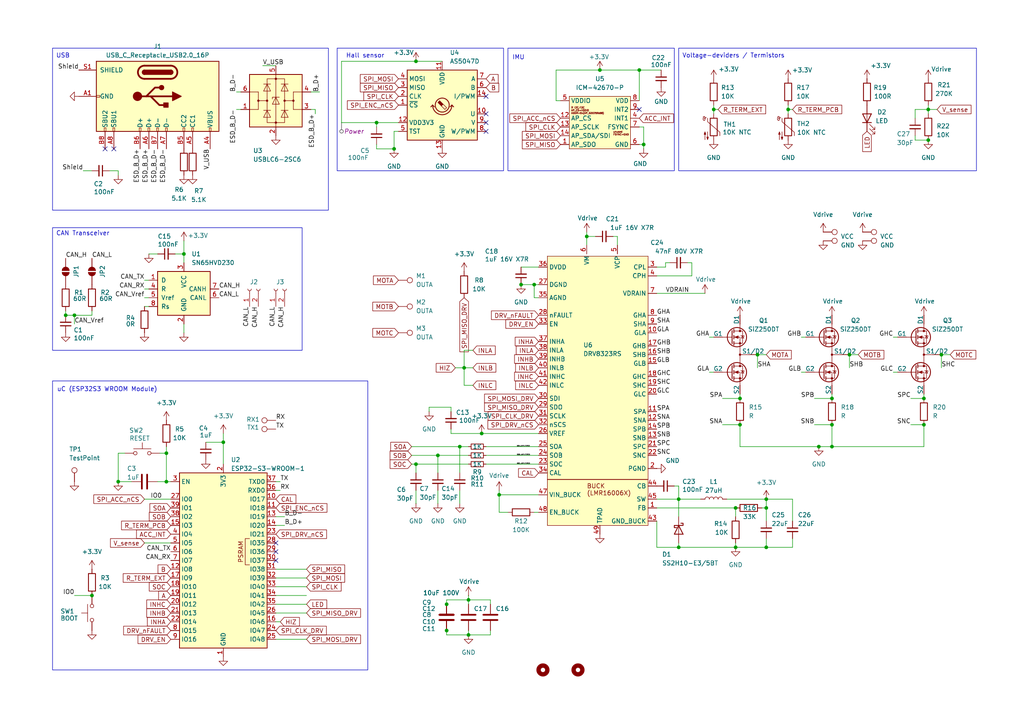
<source format=kicad_sch>
(kicad_sch
	(version 20250114)
	(generator "eeschema")
	(generator_version "9.0")
	(uuid "61527e19-2556-4103-af6a-a1f2e8aebbfc")
	(paper "A4")
	
	(rectangle
		(start 196.85 13.97)
		(end 283.21 49.53)
		(stroke
			(width 0)
			(type default)
		)
		(fill
			(type none)
		)
		(uuid 27bf8d16-c798-4b0e-b398-bed1539fc3fd)
	)
	(rectangle
		(start 147.32 13.97)
		(end 195.58 49.53)
		(stroke
			(width 0)
			(type default)
		)
		(fill
			(type none)
		)
		(uuid 4f7ce9d5-39cd-49e9-8c1a-f40c9fe99a27)
	)
	(rectangle
		(start 97.79 13.97)
		(end 146.05 49.53)
		(stroke
			(width 0)
			(type default)
		)
		(fill
			(type none)
		)
		(uuid 745200eb-f91e-47eb-bce4-15cae6446002)
	)
	(rectangle
		(start 15.24 66.04)
		(end 87.63 101.6)
		(stroke
			(width 0)
			(type default)
		)
		(fill
			(type none)
		)
		(uuid 7862c821-f27a-4e1e-8c99-4ccc01928b97)
	)
	(rectangle
		(start 15.24 110.49)
		(end 106.68 194.31)
		(stroke
			(width 0)
			(type default)
		)
		(fill
			(type none)
		)
		(uuid bcb4e515-ec53-4609-8f2c-955bd4e90559)
	)
	(rectangle
		(start 15.24 13.97)
		(end 95.25 60.96)
		(stroke
			(width 0)
			(type default)
		)
		(fill
			(type none)
		)
		(uuid e681141d-2e7c-4bb1-a1ec-620428b95373)
	)
	(text "USB"
		(exclude_from_sim no)
		(at 16.256 16.256 0)
		(effects
			(font
				(size 1.27 1.27)
			)
			(justify left)
		)
		(uuid "2c00c21c-3b22-4ae5-b621-f7e61c714727")
	)
	(text "IMU"
		(exclude_from_sim no)
		(at 148.59 16.764 0)
		(effects
			(font
				(size 1.27 1.27)
			)
			(justify left)
		)
		(uuid "52688be7-d683-4c89-8dd4-971b5c33a89d")
	)
	(text "CAN Transceiver"
		(exclude_from_sim no)
		(at 16.256 67.818 0)
		(effects
			(font
				(size 1.27 1.27)
			)
			(justify left)
		)
		(uuid "5bad9f10-32d6-460d-90c9-15e07f470205")
	)
	(text "Voltage-deviders / Termistors"
		(exclude_from_sim no)
		(at 197.866 16.256 0)
		(effects
			(font
				(size 1.27 1.27)
			)
			(justify left)
		)
		(uuid "8aaa2967-6696-493e-abec-6b2e731655c9")
	)
	(text "Hall sensor"
		(exclude_from_sim no)
		(at 100.33 16.256 0)
		(effects
			(font
				(size 1.27 1.27)
			)
			(justify left)
		)
		(uuid "da985763-1f3d-43c3-b193-8b45c67841bf")
	)
	(text "uC (ESP32S3 WROOM Module)"
		(exclude_from_sim no)
		(at 16.51 113.03 0)
		(effects
			(font
				(size 1.27 1.27)
			)
			(justify left)
		)
		(uuid "ea64fadc-6bc4-4f7c-bbf3-66bf38cf0abf")
	)
	(junction
		(at 273.05 102.87)
		(diameter 0)
		(color 0 0 0 0)
		(uuid "0397b7ec-ca2e-4d7c-80bc-4658c9ad64da")
	)
	(junction
		(at 109.22 35.56)
		(diameter 0)
		(color 0 0 0 0)
		(uuid "13892e05-fc83-401d-af75-94aaba43df4f")
	)
	(junction
		(at 129.54 182.88)
		(diameter 0)
		(color 0 0 0 0)
		(uuid "16a9a5d5-f1e6-41e9-ba60-0af38a374834")
	)
	(junction
		(at 186.69 41.91)
		(diameter 0)
		(color 0 0 0 0)
		(uuid "1750e9ff-8759-4d46-aecd-3edcc8e67e29")
	)
	(junction
		(at 222.25 147.32)
		(diameter 0)
		(color 0 0 0 0)
		(uuid "17e416e9-2a01-4190-a151-db48b1b1293c")
	)
	(junction
		(at 214.63 115.57)
		(diameter 0)
		(color 0 0 0 0)
		(uuid "19c3c244-869c-4e6c-9779-ce4dc7c7c00d")
	)
	(junction
		(at 213.36 158.75)
		(diameter 0)
		(color 0 0 0 0)
		(uuid "211c7462-3735-4841-9c6a-2498a829332a")
	)
	(junction
		(at 222.25 158.75)
		(diameter 0)
		(color 0 0 0 0)
		(uuid "26101b5b-0b53-43e3-b2a4-e9753c5b86d9")
	)
	(junction
		(at 213.36 147.32)
		(diameter 0)
		(color 0 0 0 0)
		(uuid "2af2b415-851d-4dee-acc4-8c1d37f55004")
	)
	(junction
		(at 120.65 134.62)
		(diameter 0)
		(color 0 0 0 0)
		(uuid "2cfd6016-80fa-48b2-b6e3-2dc98749bf93")
	)
	(junction
		(at 48.26 139.7)
		(diameter 0)
		(color 0 0 0 0)
		(uuid "3a6340b0-ebde-45cd-93f8-4148dc4e6590")
	)
	(junction
		(at 246.38 102.87)
		(diameter 0)
		(color 0 0 0 0)
		(uuid "3e65267f-c0b7-43d3-956d-d9f1e49990d2")
	)
	(junction
		(at 114.3 43.18)
		(diameter 0)
		(color 0 0 0 0)
		(uuid "4783df93-82a2-40dd-b54d-c78d53a58b62")
	)
	(junction
		(at 134.62 106.68)
		(diameter 0)
		(color 0 0 0 0)
		(uuid "4953365e-e73f-4748-93dc-ef64c513e0a0")
	)
	(junction
		(at 26.67 172.72)
		(diameter 0)
		(color 0 0 0 0)
		(uuid "4a8d10f3-684e-4122-abd9-c4db5d62dad6")
	)
	(junction
		(at 267.97 115.57)
		(diameter 0)
		(color 0 0 0 0)
		(uuid "4cdb02b7-43b3-434c-b8f2-72548de4b741")
	)
	(junction
		(at 144.78 143.51)
		(diameter 0)
		(color 0 0 0 0)
		(uuid "51b5d669-54af-4c1a-9243-cd3bea59cdc3")
	)
	(junction
		(at 139.7 125.73)
		(diameter 0)
		(color 0 0 0 0)
		(uuid "593643c9-2581-4e5b-acef-b7bcc399b886")
	)
	(junction
		(at 151.13 82.55)
		(diameter 0)
		(color 0 0 0 0)
		(uuid "5a1cf80c-955c-4871-8195-dacb70161b58")
	)
	(junction
		(at 219.71 102.87)
		(diameter 0)
		(color 0 0 0 0)
		(uuid "5b6aed1d-1f8d-4065-94a7-6a4a07be897f")
	)
	(junction
		(at 64.77 128.27)
		(diameter 0)
		(color 0 0 0 0)
		(uuid "671be447-7df0-4260-b6ff-ece6b464b211")
	)
	(junction
		(at 196.85 144.78)
		(diameter 0)
		(color 0 0 0 0)
		(uuid "72e940d6-32e3-44bc-8dae-66c8c996c187")
	)
	(junction
		(at 185.42 20.32)
		(diameter 0)
		(color 0 0 0 0)
		(uuid "7a800895-4932-406f-b2cd-79fe36be114d")
	)
	(junction
		(at 173.99 20.32)
		(diameter 0)
		(color 0 0 0 0)
		(uuid "7e06a4bc-e6c3-4992-aee7-95a92b7dacdf")
	)
	(junction
		(at 207.01 31.75)
		(diameter 0)
		(color 0 0 0 0)
		(uuid "85c3527f-0613-4f22-b05f-784978630301")
	)
	(junction
		(at 48.26 131.445)
		(diameter 0)
		(color 0 0 0 0)
		(uuid "896e691e-af9a-4393-af52-0f7480011813")
	)
	(junction
		(at 214.63 123.19)
		(diameter 0)
		(color 0 0 0 0)
		(uuid "896f9c14-60c7-471c-92a1-6ee6fef3d1ff")
	)
	(junction
		(at 135.89 173.99)
		(diameter 0)
		(color 0 0 0 0)
		(uuid "95f33719-9f0b-4ddc-9471-c3c9c5b24a4f")
	)
	(junction
		(at 269.24 40.64)
		(diameter 0)
		(color 0 0 0 0)
		(uuid "973d4683-b7ea-4e5c-a6f3-cd1a6af5e9a6")
	)
	(junction
		(at 19.05 91.44)
		(diameter 0)
		(color 0 0 0 0)
		(uuid "a502bc58-86eb-40f2-bf0f-86ee83699a3b")
	)
	(junction
		(at 241.3 129.54)
		(diameter 0)
		(color 0 0 0 0)
		(uuid "a58529bd-f061-4ad9-ad27-64cb46bb1c4a")
	)
	(junction
		(at 269.24 31.75)
		(diameter 0)
		(color 0 0 0 0)
		(uuid "a6228a34-e5f9-4963-9f24-f99a62766710")
	)
	(junction
		(at 135.89 184.15)
		(diameter 0)
		(color 0 0 0 0)
		(uuid "a81e5768-7f59-4388-b894-3fd123ca3444")
	)
	(junction
		(at 222.25 144.78)
		(diameter 0)
		(color 0 0 0 0)
		(uuid "c1224f00-793d-47d8-ae35-797ce2c5d6be")
	)
	(junction
		(at 34.29 139.7)
		(diameter 0)
		(color 0 0 0 0)
		(uuid "c240a5e4-25a5-4952-9e64-f9ce81bddbe6")
	)
	(junction
		(at 228.6 31.75)
		(diameter 0)
		(color 0 0 0 0)
		(uuid "cac58f90-c156-47a1-8f2b-332ce42d5e41")
	)
	(junction
		(at 237.49 129.54)
		(diameter 0)
		(color 0 0 0 0)
		(uuid "cae3805f-9921-468e-b0e3-f2ab50ce01f2")
	)
	(junction
		(at 21.59 91.44)
		(diameter 0)
		(color 0 0 0 0)
		(uuid "cda860e9-0233-4eef-972c-d15e87d8844f")
	)
	(junction
		(at 133.35 129.54)
		(diameter 0)
		(color 0 0 0 0)
		(uuid "ce17d290-3265-4b3e-a8cf-d6e2a6d08c21")
	)
	(junction
		(at 127 132.08)
		(diameter 0)
		(color 0 0 0 0)
		(uuid "d65aeea5-4182-40e4-a6f1-dac2731cdda5")
	)
	(junction
		(at 120.65 17.78)
		(diameter 0)
		(color 0 0 0 0)
		(uuid "d841e26f-abf0-4726-b67b-ab4ef5e294ae")
	)
	(junction
		(at 241.3 123.19)
		(diameter 0)
		(color 0 0 0 0)
		(uuid "d9ef186f-7b55-4dbc-b60d-5f52774d5b2d")
	)
	(junction
		(at 241.3 115.57)
		(diameter 0)
		(color 0 0 0 0)
		(uuid "e1591f83-994a-49b0-b948-6cde9f870912")
	)
	(junction
		(at 53.34 73.66)
		(diameter 0)
		(color 0 0 0 0)
		(uuid "e6154880-93b4-4e9d-a284-a47ee166ca38")
	)
	(junction
		(at 170.18 68.58)
		(diameter 0)
		(color 0 0 0 0)
		(uuid "f2212503-ba0d-4379-9668-07e3ff6a8f54")
	)
	(junction
		(at 154.94 82.55)
		(diameter 0)
		(color 0 0 0 0)
		(uuid "f6d688b1-7472-4ae6-9730-20ff3d8f06f4")
	)
	(junction
		(at 129.54 175.26)
		(diameter 0)
		(color 0 0 0 0)
		(uuid "f9d093e0-3cab-47a6-9bdb-bd455d67fe66")
	)
	(junction
		(at 267.97 123.19)
		(diameter 0)
		(color 0 0 0 0)
		(uuid "fc44f9e6-d729-4d7b-8196-0ab4e37acebc")
	)
	(junction
		(at 196.85 158.75)
		(diameter 0)
		(color 0 0 0 0)
		(uuid "fcb2e09a-9fc9-432c-aa9d-6737c14dd3e6")
	)
	(no_connect
		(at 140.97 38.1)
		(uuid "0b2fc10b-b0bf-40d2-a22f-5ee961935b54")
	)
	(no_connect
		(at 140.97 35.56)
		(uuid "20467ca5-f2f7-4411-a35c-4c9eee8acf54")
	)
	(no_connect
		(at 80.01 157.48)
		(uuid "21b389bf-8544-4ab3-a6af-85dcec061312")
	)
	(no_connect
		(at 185.42 31.75)
		(uuid "71344437-3b87-4b50-a216-c6ba97a47fb3")
	)
	(no_connect
		(at 80.01 160.02)
		(uuid "73d93d17-fc44-4448-b6fe-6e9ac6004424")
	)
	(no_connect
		(at 30.48 43.18)
		(uuid "92bb5834-73c4-4919-8454-1c2723dce2fc")
	)
	(no_connect
		(at 140.97 27.94)
		(uuid "a98c05ed-3720-4e02-ad8e-187e94c67eeb")
	)
	(no_connect
		(at 80.01 162.56)
		(uuid "ada70651-de70-40f7-954e-5002d2db60ca")
	)
	(no_connect
		(at 33.02 43.18)
		(uuid "aed5293d-dfb3-4aed-8a82-23faff8d1c3e")
	)
	(no_connect
		(at 140.97 33.02)
		(uuid "f1224bc5-06a4-4046-9e87-998a27249675")
	)
	(wire
		(pts
			(xy 88.9 185.42) (xy 80.01 185.42)
		)
		(stroke
			(width 0)
			(type default)
		)
		(uuid "011a5d79-3e4b-4425-8120-1a65eed59d42")
	)
	(wire
		(pts
			(xy 137.16 101.6) (xy 134.62 101.6)
		)
		(stroke
			(width 0)
			(type default)
		)
		(uuid "02be5661-f803-4d08-8298-99999d7979a2")
	)
	(wire
		(pts
			(xy 34.29 49.53) (xy 34.29 50.8)
		)
		(stroke
			(width 0)
			(type default)
		)
		(uuid "03a53043-347b-443c-bcb9-3b8e4fc834a0")
	)
	(wire
		(pts
			(xy 88.9 177.8) (xy 80.01 177.8)
		)
		(stroke
			(width 0)
			(type default)
		)
		(uuid "043b2b38-9be3-4631-9755-1969b406c865")
	)
	(wire
		(pts
			(xy 200.66 76.2) (xy 200.66 80.01)
		)
		(stroke
			(width 0)
			(type default)
		)
		(uuid "06672801-f105-48ec-8636-7d9f4453f3c7")
	)
	(wire
		(pts
			(xy 222.25 144.78) (xy 222.25 147.32)
		)
		(stroke
			(width 0)
			(type default)
		)
		(uuid "083b6962-58c5-4368-92df-443c7b178cf5")
	)
	(wire
		(pts
			(xy 80.01 167.64) (xy 88.9 167.64)
		)
		(stroke
			(width 0)
			(type default)
		)
		(uuid "0847ac30-69a6-4d77-a3a7-104a8f8bc6bd")
	)
	(wire
		(pts
			(xy 154.94 148.59) (xy 156.21 148.59)
		)
		(stroke
			(width 0)
			(type default)
		)
		(uuid "086f5a7f-036a-443d-a599-39a88c93e930")
	)
	(wire
		(pts
			(xy 26.67 91.44) (xy 21.59 91.44)
		)
		(stroke
			(width 0)
			(type default)
		)
		(uuid "0b85bb10-bdbf-4396-9110-64db249ce013")
	)
	(wire
		(pts
			(xy 142.24 184.15) (xy 142.24 182.88)
		)
		(stroke
			(width 0)
			(type default)
		)
		(uuid "0c5309a2-f22f-473b-87e3-ec003e6b0cb5")
	)
	(wire
		(pts
			(xy 26.67 90.17) (xy 26.67 91.44)
		)
		(stroke
			(width 0)
			(type default)
		)
		(uuid "0cbac5dc-f455-4f20-a8ef-fbca15dcb291")
	)
	(wire
		(pts
			(xy 81.28 180.34) (xy 80.01 180.34)
		)
		(stroke
			(width 0)
			(type default)
		)
		(uuid "0e000798-0b4f-4290-a002-c6ade454ebfb")
	)
	(wire
		(pts
			(xy 236.22 123.19) (xy 241.3 123.19)
		)
		(stroke
			(width 0)
			(type default)
		)
		(uuid "0eba78d8-fec3-4cc6-ac50-831ecd53a829")
	)
	(wire
		(pts
			(xy 135.89 184.15) (xy 135.89 182.88)
		)
		(stroke
			(width 0)
			(type default)
		)
		(uuid "0ff71ec6-daa6-417e-ad74-711e61e9af7e")
	)
	(wire
		(pts
			(xy 229.87 158.75) (xy 222.25 158.75)
		)
		(stroke
			(width 0)
			(type default)
		)
		(uuid "108587d5-a458-4922-ac1d-576932457a00")
	)
	(wire
		(pts
			(xy 229.87 151.13) (xy 229.87 144.78)
		)
		(stroke
			(width 0)
			(type default)
		)
		(uuid "132dbce9-9249-443d-b5b3-5c0dfb37af9e")
	)
	(wire
		(pts
			(xy 246.38 102.87) (xy 246.38 106.68)
		)
		(stroke
			(width 0)
			(type default)
		)
		(uuid "1365553e-510d-499e-9486-7cc34328dfb8")
	)
	(wire
		(pts
			(xy 259.08 97.79) (xy 260.35 97.79)
		)
		(stroke
			(width 0)
			(type default)
		)
		(uuid "13a4e963-0594-4b9b-87b3-57fca33144c1")
	)
	(wire
		(pts
			(xy 91.44 33.02) (xy 91.44 31.75)
		)
		(stroke
			(width 0)
			(type default)
		)
		(uuid "156d26ff-5497-454b-b8a6-198d32f27973")
	)
	(wire
		(pts
			(xy 21.59 93.98) (xy 21.59 91.44)
		)
		(stroke
			(width 0)
			(type default)
		)
		(uuid "167e8b12-118b-4196-b46e-03de4cb59133")
	)
	(wire
		(pts
			(xy 214.63 123.19) (xy 214.63 129.54)
		)
		(stroke
			(width 0)
			(type default)
		)
		(uuid "18a8c47c-be01-4c87-ab30-608c31cc4353")
	)
	(wire
		(pts
			(xy 124.46 119.38) (xy 124.46 118.11)
		)
		(stroke
			(width 0)
			(type default)
		)
		(uuid "18d75c01-e5d4-4507-b4bc-613031109c08")
	)
	(wire
		(pts
			(xy 186.69 36.83) (xy 186.69 41.91)
		)
		(stroke
			(width 0)
			(type default)
		)
		(uuid "18e246f3-2dc8-4797-830e-6de38b90f2a4")
	)
	(wire
		(pts
			(xy 154.94 82.55) (xy 154.94 86.36)
		)
		(stroke
			(width 0)
			(type default)
		)
		(uuid "18ee7d1f-d2b8-4ae5-a1a4-a3e2a989c744")
	)
	(wire
		(pts
			(xy 185.42 41.91) (xy 186.69 41.91)
		)
		(stroke
			(width 0)
			(type default)
		)
		(uuid "1987412e-d632-462a-b91b-be771913f21d")
	)
	(wire
		(pts
			(xy 130.81 118.11) (xy 130.81 119.38)
		)
		(stroke
			(width 0)
			(type default)
		)
		(uuid "1be4c169-afd6-4dc3-aa26-203f95f2e2e0")
	)
	(wire
		(pts
			(xy 114.3 38.1) (xy 114.3 43.18)
		)
		(stroke
			(width 0)
			(type default)
		)
		(uuid "1dec9108-99b6-4fc5-85d7-d54f12995f67")
	)
	(wire
		(pts
			(xy 124.46 118.11) (xy 130.81 118.11)
		)
		(stroke
			(width 0)
			(type default)
		)
		(uuid "1ef15a4a-fefe-4ab5-8a6e-435a6d445150")
	)
	(wire
		(pts
			(xy 190.5 77.47) (xy 193.04 77.47)
		)
		(stroke
			(width 0)
			(type default)
		)
		(uuid "1f52c2f2-758d-47ad-b55d-739484ce21cc")
	)
	(wire
		(pts
			(xy 170.18 68.58) (xy 172.72 68.58)
		)
		(stroke
			(width 0)
			(type default)
		)
		(uuid "21921f70-d1da-4e09-930b-fb9f14925f88")
	)
	(wire
		(pts
			(xy 179.07 68.58) (xy 179.07 71.12)
		)
		(stroke
			(width 0)
			(type default)
		)
		(uuid "229dd84a-09aa-4fb2-bc9b-b320fd2456d9")
	)
	(wire
		(pts
			(xy 228.6 30.48) (xy 228.6 31.75)
		)
		(stroke
			(width 0)
			(type default)
		)
		(uuid "22b53faf-6deb-4e3e-9ebf-83349e801a7c")
	)
	(wire
		(pts
			(xy 170.18 68.58) (xy 170.18 71.12)
		)
		(stroke
			(width 0)
			(type default)
		)
		(uuid "241890ec-3084-4961-9de6-d1ab385e1abc")
	)
	(wire
		(pts
			(xy 82.55 152.4) (xy 80.01 152.4)
		)
		(stroke
			(width 0)
			(type default)
		)
		(uuid "2431546a-3d1d-4144-847a-51929e5b33a4")
	)
	(wire
		(pts
			(xy 177.8 68.58) (xy 179.07 68.58)
		)
		(stroke
			(width 0)
			(type default)
		)
		(uuid "249ea630-43fe-4b59-9b9b-411d9360f2b0")
	)
	(wire
		(pts
			(xy 229.87 144.78) (xy 222.25 144.78)
		)
		(stroke
			(width 0)
			(type default)
		)
		(uuid "24e41f31-8000-46b0-96a4-39634b63b2ca")
	)
	(wire
		(pts
			(xy 34.29 131.445) (xy 34.29 139.7)
		)
		(stroke
			(width 0)
			(type default)
		)
		(uuid "25552927-ff46-4e4c-a97a-5ecab71cd9eb")
	)
	(wire
		(pts
			(xy 130.81 124.46) (xy 130.81 125.73)
		)
		(stroke
			(width 0)
			(type default)
		)
		(uuid "27272e84-7f0e-4353-a346-290371e68c04")
	)
	(wire
		(pts
			(xy 127 137.16) (xy 127 132.08)
		)
		(stroke
			(width 0)
			(type default)
		)
		(uuid "286396ee-3788-4771-b192-a74701a20357")
	)
	(wire
		(pts
			(xy 21.59 91.44) (xy 19.05 91.44)
		)
		(stroke
			(width 0)
			(type default)
		)
		(uuid "28c904c0-b022-4421-b767-c35c76d4e682")
	)
	(wire
		(pts
			(xy 53.34 93.98) (xy 53.34 96.52)
		)
		(stroke
			(width 0)
			(type default)
		)
		(uuid "29cfdfc6-455e-4220-8f26-88105ee68773")
	)
	(wire
		(pts
			(xy 214.63 115.57) (xy 214.63 114.3)
		)
		(stroke
			(width 0)
			(type default)
		)
		(uuid "2b2af486-7486-47da-96f1-c2d05f60b703")
	)
	(wire
		(pts
			(xy 237.49 129.54) (xy 241.3 129.54)
		)
		(stroke
			(width 0)
			(type default)
		)
		(uuid "2cd4e412-d39c-4680-8482-d672658e1124")
	)
	(wire
		(pts
			(xy 241.3 123.19) (xy 241.3 129.54)
		)
		(stroke
			(width 0)
			(type default)
		)
		(uuid "2d5e46b0-0455-453a-9a0a-774532d90479")
	)
	(wire
		(pts
			(xy 41.91 157.48) (xy 49.53 157.48)
		)
		(stroke
			(width 0)
			(type default)
		)
		(uuid "313ac65a-1bb8-43c3-980d-08a616c912a8")
	)
	(wire
		(pts
			(xy 64.77 128.27) (xy 64.77 134.62)
		)
		(stroke
			(width 0)
			(type default)
		)
		(uuid "31a822d6-14ce-4f29-b467-47e49e7c00b9")
	)
	(wire
		(pts
			(xy 219.71 102.87) (xy 219.71 106.68)
		)
		(stroke
			(width 0)
			(type default)
		)
		(uuid "3239172c-f328-438e-bae8-9f99350c8d81")
	)
	(wire
		(pts
			(xy 82.55 149.86) (xy 80.01 149.86)
		)
		(stroke
			(width 0)
			(type default)
		)
		(uuid "35b54aa2-84f8-4cca-83bd-30b267063e1e")
	)
	(wire
		(pts
			(xy 264.16 115.57) (xy 267.97 115.57)
		)
		(stroke
			(width 0)
			(type default)
		)
		(uuid "360362bf-2e46-4eaf-a44b-edc87c60ecfd")
	)
	(wire
		(pts
			(xy 264.16 123.19) (xy 267.97 123.19)
		)
		(stroke
			(width 0)
			(type default)
		)
		(uuid "365574d6-3830-4de3-89f9-90e04732cad7")
	)
	(wire
		(pts
			(xy 133.35 129.54) (xy 135.89 129.54)
		)
		(stroke
			(width 0)
			(type default)
		)
		(uuid "39499314-ce31-4bc9-b633-cd4d8191eaf6")
	)
	(wire
		(pts
			(xy 133.35 129.54) (xy 133.35 137.16)
		)
		(stroke
			(width 0)
			(type default)
		)
		(uuid "3b02e597-d4ed-42b0-ba3c-b933cabf679e")
	)
	(wire
		(pts
			(xy 31.75 49.53) (xy 34.29 49.53)
		)
		(stroke
			(width 0)
			(type default)
		)
		(uuid "3b037d17-1c6a-464d-8330-def05a88e58e")
	)
	(wire
		(pts
			(xy 140.97 134.62) (xy 156.21 134.62)
		)
		(stroke
			(width 0)
			(type default)
		)
		(uuid "3d814851-48a3-432a-baf5-fd91d68f0148")
	)
	(wire
		(pts
			(xy 269.24 33.02) (xy 269.24 31.75)
		)
		(stroke
			(width 0)
			(type default)
		)
		(uuid "3df087e6-6f29-4b42-9fbf-3e5d57bed7ba")
	)
	(wire
		(pts
			(xy 246.38 102.87) (xy 248.92 102.87)
		)
		(stroke
			(width 0)
			(type default)
		)
		(uuid "3e8e5072-67bc-4e98-904d-733d711569bb")
	)
	(wire
		(pts
			(xy 190.5 144.78) (xy 196.85 144.78)
		)
		(stroke
			(width 0)
			(type default)
		)
		(uuid "3edef3bc-f9dd-47e8-9025-5198710296cd")
	)
	(wire
		(pts
			(xy 34.29 131.445) (xy 36.195 131.445)
		)
		(stroke
			(width 0)
			(type default)
		)
		(uuid "40be994a-77eb-42d6-ba72-d94b5d1d31f9")
	)
	(wire
		(pts
			(xy 46.355 131.445) (xy 48.26 131.445)
		)
		(stroke
			(width 0)
			(type default)
		)
		(uuid "4549d210-f376-4bc9-8dad-a8f64f085982")
	)
	(wire
		(pts
			(xy 129.54 184.15) (xy 129.54 182.88)
		)
		(stroke
			(width 0)
			(type default)
		)
		(uuid "493ada15-5bd9-4fb1-9ade-d3a0c87b5b1b")
	)
	(wire
		(pts
			(xy 190.5 85.09) (xy 204.47 85.09)
		)
		(stroke
			(width 0)
			(type default)
		)
		(uuid "49c357f5-07de-4bd7-a6b4-c52c73d41390")
	)
	(wire
		(pts
			(xy 34.29 139.7) (xy 38.1 139.7)
		)
		(stroke
			(width 0)
			(type default)
		)
		(uuid "4b0d0e63-c074-4c4a-a31d-707f2966482f")
	)
	(wire
		(pts
			(xy 80.01 170.18) (xy 88.9 170.18)
		)
		(stroke
			(width 0)
			(type default)
		)
		(uuid "4b478693-95a9-4085-a949-d090b7a4a220")
	)
	(wire
		(pts
			(xy 43.18 83.82) (xy 41.91 83.82)
		)
		(stroke
			(width 0)
			(type default)
		)
		(uuid "4b4d9204-17dd-42fe-a368-59bfdde11b49")
	)
	(wire
		(pts
			(xy 129.54 173.99) (xy 135.89 173.99)
		)
		(stroke
			(width 0)
			(type default)
		)
		(uuid "4ca51d73-c805-4011-889a-ea930a38b272")
	)
	(wire
		(pts
			(xy 132.08 106.68) (xy 134.62 106.68)
		)
		(stroke
			(width 0)
			(type default)
		)
		(uuid "4d78f852-e4d1-4dc2-a1db-101c6ea42d1d")
	)
	(wire
		(pts
			(xy 68.58 26.67) (xy 69.85 26.67)
		)
		(stroke
			(width 0)
			(type default)
		)
		(uuid "4ffaba3b-c1d0-443a-be22-0dc686904689")
	)
	(wire
		(pts
			(xy 130.81 125.73) (xy 139.7 125.73)
		)
		(stroke
			(width 0)
			(type default)
		)
		(uuid "51b32f4a-46de-482e-ac26-8f7219840313")
	)
	(wire
		(pts
			(xy 127 132.08) (xy 119.38 132.08)
		)
		(stroke
			(width 0)
			(type default)
		)
		(uuid "57b85ff9-d518-4a4e-a249-232a442c2ec9")
	)
	(wire
		(pts
			(xy 200.66 80.01) (xy 190.5 80.01)
		)
		(stroke
			(width 0)
			(type default)
		)
		(uuid "582c2de0-7b90-477c-a4e1-8715f46525f9")
	)
	(wire
		(pts
			(xy 220.98 147.32) (xy 222.25 147.32)
		)
		(stroke
			(width 0)
			(type default)
		)
		(uuid "5cc05397-b382-418b-a866-48ed5b04c668")
	)
	(wire
		(pts
			(xy 151.13 77.47) (xy 156.21 77.47)
		)
		(stroke
			(width 0)
			(type default)
		)
		(uuid "5e028161-c6b0-487b-8a12-7555677b3dfe")
	)
	(wire
		(pts
			(xy 241.3 129.54) (xy 267.97 129.54)
		)
		(stroke
			(width 0)
			(type default)
		)
		(uuid "5f9a75f0-b40d-4cb8-a127-deda52cc5d2e")
	)
	(wire
		(pts
			(xy 275.59 102.87) (xy 273.05 102.87)
		)
		(stroke
			(width 0)
			(type default)
		)
		(uuid "60e4b5ba-8946-4920-8ad9-52141f6a7fb3")
	)
	(wire
		(pts
			(xy 139.7 125.73) (xy 156.21 125.73)
		)
		(stroke
			(width 0)
			(type default)
		)
		(uuid "63fb89c8-e842-47ec-ae6a-f9890685f1b5")
	)
	(wire
		(pts
			(xy 99.06 17.78) (xy 99.06 35.56)
		)
		(stroke
			(width 0)
			(type default)
		)
		(uuid "64bf74ea-2810-472e-84ba-74b2c3c7dbe4")
	)
	(wire
		(pts
			(xy 59.69 128.27) (xy 64.77 128.27)
		)
		(stroke
			(width 0)
			(type default)
		)
		(uuid "66085653-3f93-4f80-af60-b3ecdbbb4c28")
	)
	(wire
		(pts
			(xy 137.16 111.76) (xy 134.62 111.76)
		)
		(stroke
			(width 0)
			(type default)
		)
		(uuid "68584cea-a3fe-4718-9754-3379fcca38bd")
	)
	(wire
		(pts
			(xy 109.22 35.56) (xy 115.57 35.56)
		)
		(stroke
			(width 0)
			(type default)
		)
		(uuid "68b25a38-02b3-4323-b5f8-5c220ce3027b")
	)
	(wire
		(pts
			(xy 205.74 97.79) (xy 207.01 97.79)
		)
		(stroke
			(width 0)
			(type default)
		)
		(uuid "6939d6bb-a446-4d47-a6c1-e051e12a1198")
	)
	(wire
		(pts
			(xy 265.43 39.37) (xy 265.43 40.64)
		)
		(stroke
			(width 0)
			(type default)
		)
		(uuid "6a685534-d461-4050-8d02-44acb5a1c263")
	)
	(wire
		(pts
			(xy 196.85 158.75) (xy 196.85 157.48)
		)
		(stroke
			(width 0)
			(type default)
		)
		(uuid "6b829803-2c68-4525-9fa2-f9633c05895b")
	)
	(wire
		(pts
			(xy 120.65 134.62) (xy 135.89 134.62)
		)
		(stroke
			(width 0)
			(type default)
		)
		(uuid "6cef0e85-7259-40be-be80-cb6a812510f0")
	)
	(wire
		(pts
			(xy 120.65 142.24) (xy 120.65 146.05)
		)
		(stroke
			(width 0)
			(type default)
		)
		(uuid "6f3d197e-6761-41ee-8be7-095c68d7f55b")
	)
	(wire
		(pts
			(xy 207.01 31.75) (xy 207.01 33.02)
		)
		(stroke
			(width 0)
			(type default)
		)
		(uuid "70f96ed4-049b-4c1b-9632-f67e25667ea0")
	)
	(wire
		(pts
			(xy 151.13 82.55) (xy 154.94 82.55)
		)
		(stroke
			(width 0)
			(type default)
		)
		(uuid "76dfef7e-01f2-4e4f-a3a3-f1fba4f05c6f")
	)
	(wire
		(pts
			(xy 241.3 115.57) (xy 241.3 114.3)
		)
		(stroke
			(width 0)
			(type default)
		)
		(uuid "7ab1206b-8290-4eda-8340-15c7a9c2775e")
	)
	(wire
		(pts
			(xy 80.01 172.72) (xy 88.9 172.72)
		)
		(stroke
			(width 0)
			(type default)
		)
		(uuid "7ab3d89e-45a2-4538-a2eb-645e6dd81564")
	)
	(wire
		(pts
			(xy 196.85 144.78) (xy 203.2 144.78)
		)
		(stroke
			(width 0)
			(type default)
		)
		(uuid "7cfda0e8-0a24-4fff-bf81-5ab291093829")
	)
	(wire
		(pts
			(xy 267.97 123.19) (xy 267.97 129.54)
		)
		(stroke
			(width 0)
			(type default)
		)
		(uuid "7d7f14b6-83c2-4989-b27f-cd658b6eb11d")
	)
	(wire
		(pts
			(xy 43.18 86.36) (xy 41.91 86.36)
		)
		(stroke
			(width 0)
			(type default)
		)
		(uuid "7d92f90b-5235-43ca-817e-49d9c05c4562")
	)
	(wire
		(pts
			(xy 120.65 134.62) (xy 119.38 134.62)
		)
		(stroke
			(width 0)
			(type default)
		)
		(uuid "8103f168-84ed-481d-8100-17cc14df118e")
	)
	(wire
		(pts
			(xy 232.41 97.79) (xy 233.68 97.79)
		)
		(stroke
			(width 0)
			(type default)
		)
		(uuid "8212911f-ed41-4e78-9eaa-bb8e0fa9b291")
	)
	(wire
		(pts
			(xy 133.35 142.24) (xy 133.35 146.05)
		)
		(stroke
			(width 0)
			(type default)
		)
		(uuid "8333a854-ac0e-4220-b7ea-1c2434fbe9b5")
	)
	(wire
		(pts
			(xy 190.5 158.75) (xy 196.85 158.75)
		)
		(stroke
			(width 0)
			(type default)
		)
		(uuid "83c8fe8c-9c3b-490e-b425-4f3030d63b9d")
	)
	(wire
		(pts
			(xy 161.29 20.32) (xy 161.29 29.21)
		)
		(stroke
			(width 0)
			(type default)
		)
		(uuid "84ebf2eb-fa70-466b-9d6c-21522272397a")
	)
	(wire
		(pts
			(xy 80.01 142.24) (xy 81.28 142.24)
		)
		(stroke
			(width 0)
			(type default)
		)
		(uuid "85367b86-3d24-47f1-897b-1734bbb6e28e")
	)
	(wire
		(pts
			(xy 109.22 43.18) (xy 114.3 43.18)
		)
		(stroke
			(width 0)
			(type default)
		)
		(uuid "869bbc3e-3770-464b-9d51-ea5ec20d67b7")
	)
	(wire
		(pts
			(xy 114.3 38.1) (xy 115.57 38.1)
		)
		(stroke
			(width 0)
			(type default)
		)
		(uuid "86b3713b-2829-454a-8de0-99257c8c7bab")
	)
	(wire
		(pts
			(xy 190.5 158.75) (xy 190.5 151.13)
		)
		(stroke
			(width 0)
			(type default)
		)
		(uuid "87ef8fb0-fa72-458b-9632-1f13c44307c3")
	)
	(wire
		(pts
			(xy 135.89 172.72) (xy 135.89 173.99)
		)
		(stroke
			(width 0)
			(type default)
		)
		(uuid "88ebcec4-a624-405d-8d7f-6c33f2712a37")
	)
	(wire
		(pts
			(xy 265.43 40.64) (xy 269.24 40.64)
		)
		(stroke
			(width 0)
			(type default)
		)
		(uuid "896b32bf-cc2a-4a06-ba26-2faec2990fea")
	)
	(wire
		(pts
			(xy 185.42 20.32) (xy 185.42 29.21)
		)
		(stroke
			(width 0)
			(type default)
		)
		(uuid "89b5954e-6e5d-4b55-8f9b-68ee2cef91ca")
	)
	(wire
		(pts
			(xy 271.78 31.75) (xy 269.24 31.75)
		)
		(stroke
			(width 0)
			(type default)
		)
		(uuid "8a6a9fd7-0837-49b3-9c4c-22d92bcceb45")
	)
	(wire
		(pts
			(xy 127 142.24) (xy 127 146.05)
		)
		(stroke
			(width 0)
			(type default)
		)
		(uuid "8e26ec5e-010b-4f62-a532-8910e20dfdb7")
	)
	(wire
		(pts
			(xy 68.58 31.75) (xy 69.85 31.75)
		)
		(stroke
			(width 0)
			(type default)
		)
		(uuid "8f09fd79-f802-41a4-bedd-0c7f8d6326dd")
	)
	(wire
		(pts
			(xy 210.82 144.78) (xy 222.25 144.78)
		)
		(stroke
			(width 0)
			(type default)
		)
		(uuid "8f7adad8-ca65-4899-8423-394d3b880284")
	)
	(wire
		(pts
			(xy 24.13 49.53) (xy 26.67 49.53)
		)
		(stroke
			(width 0)
			(type default)
		)
		(uuid "9025d658-a359-4854-a0c6-a6160ee6ea6d")
	)
	(wire
		(pts
			(xy 265.43 31.75) (xy 269.24 31.75)
		)
		(stroke
			(width 0)
			(type default)
		)
		(uuid "91a45817-9fce-4213-b2bc-8ebd3024e1a0")
	)
	(wire
		(pts
			(xy 154.94 82.55) (xy 156.21 82.55)
		)
		(stroke
			(width 0)
			(type default)
		)
		(uuid "933bd77c-0ad7-4fd9-a162-84e4c700dcd9")
	)
	(wire
		(pts
			(xy 190.5 147.32) (xy 213.36 147.32)
		)
		(stroke
			(width 0)
			(type default)
		)
		(uuid "933d9815-4008-4442-8062-036cc373ed9c")
	)
	(wire
		(pts
			(xy 43.18 81.28) (xy 41.91 81.28)
		)
		(stroke
			(width 0)
			(type default)
		)
		(uuid "93986a83-8f99-4338-bcf7-19fbb45e9d2d")
	)
	(wire
		(pts
			(xy 199.39 76.2) (xy 200.66 76.2)
		)
		(stroke
			(width 0)
			(type default)
		)
		(uuid "939f944b-5802-482e-8415-d522c9b7d79d")
	)
	(wire
		(pts
			(xy 53.34 73.66) (xy 50.8 73.66)
		)
		(stroke
			(width 0)
			(type default)
		)
		(uuid "9565e4b3-79d2-46a0-96a3-7a74eebef469")
	)
	(wire
		(pts
			(xy 209.55 115.57) (xy 214.63 115.57)
		)
		(stroke
			(width 0)
			(type default)
		)
		(uuid "970a34d6-31d9-4f15-b645-2fbde8aa5673")
	)
	(wire
		(pts
			(xy 191.77 20.32) (xy 185.42 20.32)
		)
		(stroke
			(width 0)
			(type default)
		)
		(uuid "9951e5bd-eb9b-49fe-946d-ab7d8c0c136e")
	)
	(wire
		(pts
			(xy 142.24 173.99) (xy 135.89 173.99)
		)
		(stroke
			(width 0)
			(type default)
		)
		(uuid "99547f1d-af51-4d31-bb2a-45ccbf19b67d")
	)
	(wire
		(pts
			(xy 119.38 129.54) (xy 133.35 129.54)
		)
		(stroke
			(width 0)
			(type default)
		)
		(uuid "99587cc0-6319-4dba-918a-fe8a812f34ca")
	)
	(wire
		(pts
			(xy 80.01 139.7) (xy 81.28 139.7)
		)
		(stroke
			(width 0)
			(type default)
		)
		(uuid "99f57b2a-8dcc-4258-850f-b3faa750a11f")
	)
	(wire
		(pts
			(xy 170.18 67.31) (xy 170.18 68.58)
		)
		(stroke
			(width 0)
			(type default)
		)
		(uuid "9da758bf-79e4-49ba-8a6c-5d34454e9961")
	)
	(wire
		(pts
			(xy 92.71 26.67) (xy 90.17 26.67)
		)
		(stroke
			(width 0)
			(type default)
		)
		(uuid "a11842e9-9cfd-481b-bd53-3a499f5b0a00")
	)
	(wire
		(pts
			(xy 99.06 35.56) (xy 109.22 35.56)
		)
		(stroke
			(width 0)
			(type default)
		)
		(uuid "a1d42ee3-5def-4e07-bade-a6560e7f9b8e")
	)
	(wire
		(pts
			(xy 134.62 111.76) (xy 134.62 106.68)
		)
		(stroke
			(width 0)
			(type default)
		)
		(uuid "a3209d69-e3bb-4cf2-8a8d-ec2521a390fd")
	)
	(wire
		(pts
			(xy 222.25 147.32) (xy 222.25 151.13)
		)
		(stroke
			(width 0)
			(type default)
		)
		(uuid "a4498da6-ed85-4c9b-8e6c-dd4adf264e13")
	)
	(wire
		(pts
			(xy 48.26 129.54) (xy 48.26 131.445)
		)
		(stroke
			(width 0)
			(type default)
		)
		(uuid "a4a08e94-56e1-4eb3-ab7b-2da7b729bc4f")
	)
	(wire
		(pts
			(xy 129.54 175.26) (xy 129.54 173.99)
		)
		(stroke
			(width 0)
			(type default)
		)
		(uuid "a54db69c-fe8a-402d-9f49-5fd9842b1ede")
	)
	(wire
		(pts
			(xy 140.97 132.08) (xy 156.21 132.08)
		)
		(stroke
			(width 0)
			(type default)
		)
		(uuid "a6256943-225c-463a-ba0f-2d145800da22")
	)
	(wire
		(pts
			(xy 193.04 77.47) (xy 193.04 76.2)
		)
		(stroke
			(width 0)
			(type default)
		)
		(uuid "a637f015-cd8b-447f-b608-4dcf60b9f8b2")
	)
	(wire
		(pts
			(xy 173.99 20.32) (xy 185.42 20.32)
		)
		(stroke
			(width 0)
			(type default)
		)
		(uuid "a687d746-159e-429a-a4b5-64621ddb3a1a")
	)
	(wire
		(pts
			(xy 265.43 34.29) (xy 265.43 31.75)
		)
		(stroke
			(width 0)
			(type default)
		)
		(uuid "ab82b066-2592-4b91-958e-1a2b1dcb807d")
	)
	(wire
		(pts
			(xy 91.44 31.75) (xy 90.17 31.75)
		)
		(stroke
			(width 0)
			(type default)
		)
		(uuid "aea742dd-ca95-4e13-8033-ee1da586a771")
	)
	(wire
		(pts
			(xy 186.69 41.91) (xy 186.69 43.18)
		)
		(stroke
			(width 0)
			(type default)
		)
		(uuid "b11bb6d3-7e8a-4c01-92c4-cf62881d0fc0")
	)
	(wire
		(pts
			(xy 213.36 158.75) (xy 222.25 158.75)
		)
		(stroke
			(width 0)
			(type default)
		)
		(uuid "b1f659de-0df7-489a-b6fa-fba70471e99f")
	)
	(wire
		(pts
			(xy 64.77 125.73) (xy 64.77 128.27)
		)
		(stroke
			(width 0)
			(type default)
		)
		(uuid "b30173bf-58c5-444f-8109-639213e6f125")
	)
	(wire
		(pts
			(xy 196.85 140.97) (xy 195.58 140.97)
		)
		(stroke
			(width 0)
			(type default)
		)
		(uuid "b3626da6-c128-4cae-b584-731fad18b117")
	)
	(wire
		(pts
			(xy 208.28 31.75) (xy 207.01 31.75)
		)
		(stroke
			(width 0)
			(type default)
		)
		(uuid "b376fd8c-5f45-4970-b544-bff1a248fbe0")
	)
	(wire
		(pts
			(xy 99.06 17.78) (xy 120.65 17.78)
		)
		(stroke
			(width 0)
			(type default)
		)
		(uuid "b4e90887-fd1f-42ac-9354-32374163f799")
	)
	(wire
		(pts
			(xy 41.91 88.9) (xy 43.18 88.9)
		)
		(stroke
			(width 0)
			(type default)
		)
		(uuid "b5477bf9-f823-4de5-8440-6a156682c159")
	)
	(wire
		(pts
			(xy 236.22 115.57) (xy 241.3 115.57)
		)
		(stroke
			(width 0)
			(type default)
		)
		(uuid "b8e8dd65-6e0b-42da-b4e2-f06087a52458")
	)
	(wire
		(pts
			(xy 232.41 107.95) (xy 233.68 107.95)
		)
		(stroke
			(width 0)
			(type default)
		)
		(uuid "ba3a7361-4c1c-45a1-bf46-2835f2105d92")
	)
	(wire
		(pts
			(xy 229.87 156.21) (xy 229.87 158.75)
		)
		(stroke
			(width 0)
			(type default)
		)
		(uuid "ba8caf54-4013-46a8-b50d-9806ec005d07")
	)
	(wire
		(pts
			(xy 228.6 31.75) (xy 228.6 33.02)
		)
		(stroke
			(width 0)
			(type default)
		)
		(uuid "bc5d90eb-ff10-4fdc-ab98-b88ce155668a")
	)
	(wire
		(pts
			(xy 213.36 158.75) (xy 213.36 157.48)
		)
		(stroke
			(width 0)
			(type default)
		)
		(uuid "bd12054a-642d-4adf-b729-2d1f84a44558")
	)
	(wire
		(pts
			(xy 53.34 73.66) (xy 53.34 76.2)
		)
		(stroke
			(width 0)
			(type default)
		)
		(uuid "bddf5007-1a7b-4018-9c3c-604a7781f6aa")
	)
	(wire
		(pts
			(xy 207.01 30.48) (xy 207.01 31.75)
		)
		(stroke
			(width 0)
			(type default)
		)
		(uuid "c10796c5-0e5c-43b7-8bde-ca8c041d2459")
	)
	(wire
		(pts
			(xy 129.54 184.15) (xy 135.89 184.15)
		)
		(stroke
			(width 0)
			(type default)
		)
		(uuid "c1feaa95-35c8-43c2-a386-35b8f865f0ec")
	)
	(wire
		(pts
			(xy 134.62 106.68) (xy 137.16 106.68)
		)
		(stroke
			(width 0)
			(type default)
		)
		(uuid "c21ed720-73a0-4b6d-8487-f09f398bb1de")
	)
	(wire
		(pts
			(xy 144.78 142.24) (xy 144.78 143.51)
		)
		(stroke
			(width 0)
			(type default)
		)
		(uuid "c3700901-eb7e-4fd8-be77-a7ca370659ee")
	)
	(wire
		(pts
			(xy 161.29 20.32) (xy 173.99 20.32)
		)
		(stroke
			(width 0)
			(type default)
		)
		(uuid "c3f0ab5d-b3bd-4079-94c3-d932a321f3df")
	)
	(wire
		(pts
			(xy 209.55 123.19) (xy 214.63 123.19)
		)
		(stroke
			(width 0)
			(type default)
		)
		(uuid "c46368fc-a024-46fa-aea5-3f9742691088")
	)
	(wire
		(pts
			(xy 222.25 156.21) (xy 222.25 158.75)
		)
		(stroke
			(width 0)
			(type default)
		)
		(uuid "c497c688-434f-4845-a760-523ae1880b8b")
	)
	(wire
		(pts
			(xy 127 132.08) (xy 135.89 132.08)
		)
		(stroke
			(width 0)
			(type default)
		)
		(uuid "c92c6140-4ffc-4b31-a3c2-d9e682fc1ae9")
	)
	(wire
		(pts
			(xy 109.22 41.91) (xy 109.22 43.18)
		)
		(stroke
			(width 0)
			(type default)
		)
		(uuid "c98f4a7b-9e39-4428-8d41-b54eb0aef056")
	)
	(wire
		(pts
			(xy 120.65 137.16) (xy 120.65 134.62)
		)
		(stroke
			(width 0)
			(type default)
		)
		(uuid "c99a1ca2-8d85-4abf-80ef-3fbb5c33f5f6")
	)
	(wire
		(pts
			(xy 269.24 30.48) (xy 269.24 31.75)
		)
		(stroke
			(width 0)
			(type default)
		)
		(uuid "cdeaf8b4-6dd3-4b58-958a-15ab23a29e81")
	)
	(wire
		(pts
			(xy 205.74 107.95) (xy 207.01 107.95)
		)
		(stroke
			(width 0)
			(type default)
		)
		(uuid "cf6cdc1a-e792-4c00-a975-a5ba2f23b679")
	)
	(wire
		(pts
			(xy 228.6 31.75) (xy 229.87 31.75)
		)
		(stroke
			(width 0)
			(type default)
		)
		(uuid "d05e4fb0-1ecd-4d5a-ad8d-2463df77d318")
	)
	(wire
		(pts
			(xy 45.72 73.66) (xy 43.18 73.66)
		)
		(stroke
			(width 0)
			(type default)
		)
		(uuid "d32cbd74-b497-42ff-99e5-82c74ad2d13b")
	)
	(wire
		(pts
			(xy 185.42 36.83) (xy 186.69 36.83)
		)
		(stroke
			(width 0)
			(type default)
		)
		(uuid "d3a7b6a7-16d0-4479-963a-6bcf75fe181f")
	)
	(wire
		(pts
			(xy 48.26 139.7) (xy 49.53 139.7)
		)
		(stroke
			(width 0)
			(type default)
		)
		(uuid "d4c31d4f-75f5-4063-a2ae-636a0ab1e2b4")
	)
	(wire
		(pts
			(xy 109.22 35.56) (xy 109.22 36.83)
		)
		(stroke
			(width 0)
			(type default)
		)
		(uuid "d60c27dc-5fa0-4adc-b0fd-f7702709c851")
	)
	(wire
		(pts
			(xy 48.26 131.445) (xy 48.26 139.7)
		)
		(stroke
			(width 0)
			(type default)
		)
		(uuid "d8e9af29-1854-4355-ba5a-7b0aec50f11c")
	)
	(wire
		(pts
			(xy 19.05 90.17) (xy 19.05 91.44)
		)
		(stroke
			(width 0)
			(type default)
		)
		(uuid "d953f162-0b68-45e2-a7fc-748dd2b6553e")
	)
	(wire
		(pts
			(xy 156.21 86.36) (xy 154.94 86.36)
		)
		(stroke
			(width 0)
			(type default)
		)
		(uuid "d95e5445-fa57-4081-a14a-ecf40bedadf6")
	)
	(wire
		(pts
			(xy 144.78 148.59) (xy 144.78 143.51)
		)
		(stroke
			(width 0)
			(type default)
		)
		(uuid "da07ad9f-8319-48c4-aa0e-54660e05b69d")
	)
	(wire
		(pts
			(xy 41.91 144.78) (xy 49.53 144.78)
		)
		(stroke
			(width 0)
			(type default)
		)
		(uuid "dac7f3bc-cffe-4682-bc22-2d976e7e14e3")
	)
	(wire
		(pts
			(xy 196.85 144.78) (xy 196.85 140.97)
		)
		(stroke
			(width 0)
			(type default)
		)
		(uuid "dc4273e7-c171-4972-8acf-3e6c11f950af")
	)
	(wire
		(pts
			(xy 80.01 165.1) (xy 88.9 165.1)
		)
		(stroke
			(width 0)
			(type default)
		)
		(uuid "dc90c6a6-d271-44fd-8be9-bce284133a70")
	)
	(wire
		(pts
			(xy 193.04 76.2) (xy 194.31 76.2)
		)
		(stroke
			(width 0)
			(type default)
		)
		(uuid "dd404c2d-ec22-4d98-bd85-e37d2401b59b")
	)
	(wire
		(pts
			(xy 134.62 101.6) (xy 134.62 106.68)
		)
		(stroke
			(width 0)
			(type default)
		)
		(uuid "de6acca5-d55c-4a18-96af-5b8bfc95b447")
	)
	(wire
		(pts
			(xy 196.85 158.75) (xy 213.36 158.75)
		)
		(stroke
			(width 0)
			(type default)
		)
		(uuid "dfe93e5a-3341-4189-9402-c28d895de3c5")
	)
	(wire
		(pts
			(xy 196.85 144.78) (xy 196.85 149.86)
		)
		(stroke
			(width 0)
			(type default)
		)
		(uuid "e0f0544b-3f1e-4215-949e-19d216fd7998")
	)
	(wire
		(pts
			(xy 142.24 173.99) (xy 142.24 175.26)
		)
		(stroke
			(width 0)
			(type default)
		)
		(uuid "e0f1e6db-0860-4669-a2f0-9ee71b73ba90")
	)
	(wire
		(pts
			(xy 222.25 102.87) (xy 219.71 102.87)
		)
		(stroke
			(width 0)
			(type default)
		)
		(uuid "e13bdf55-da34-4ef6-a33e-3ed46286aff6")
	)
	(wire
		(pts
			(xy 267.97 115.57) (xy 267.97 114.3)
		)
		(stroke
			(width 0)
			(type default)
		)
		(uuid "e1b64b5e-ab3f-4766-8c50-790013133003")
	)
	(wire
		(pts
			(xy 140.97 129.54) (xy 156.21 129.54)
		)
		(stroke
			(width 0)
			(type default)
		)
		(uuid "e434f8bf-d182-42e5-b3b9-93e9bda0ec63")
	)
	(wire
		(pts
			(xy 21.59 172.72) (xy 26.67 172.72)
		)
		(stroke
			(width 0)
			(type default)
		)
		(uuid "e496060b-76b7-48d7-b7eb-b6049be287b4")
	)
	(wire
		(pts
			(xy 147.32 148.59) (xy 144.78 148.59)
		)
		(stroke
			(width 0)
			(type default)
		)
		(uuid "e5af316e-33ff-4609-a147-e9827cef02a0")
	)
	(wire
		(pts
			(xy 80.01 175.26) (xy 88.9 175.26)
		)
		(stroke
			(width 0)
			(type default)
		)
		(uuid "e74e053c-df5d-440e-80bb-e515c1d6e71c")
	)
	(wire
		(pts
			(xy 259.08 107.95) (xy 260.35 107.95)
		)
		(stroke
			(width 0)
			(type default)
		)
		(uuid "e74ebb78-e732-4b0c-b96d-158321ccc408")
	)
	(wire
		(pts
			(xy 135.89 173.99) (xy 135.89 175.26)
		)
		(stroke
			(width 0)
			(type default)
		)
		(uuid "e75123b2-a023-4343-b674-a76323494be1")
	)
	(wire
		(pts
			(xy 161.29 29.21) (xy 162.56 29.21)
		)
		(stroke
			(width 0)
			(type default)
		)
		(uuid "eb3f541b-fe21-46f3-a58f-50a1bba2619c")
	)
	(wire
		(pts
			(xy 135.89 184.15) (xy 142.24 184.15)
		)
		(stroke
			(width 0)
			(type default)
		)
		(uuid "f07e7f3c-ec0d-4ce7-8132-61382f16145e")
	)
	(wire
		(pts
			(xy 213.36 147.32) (xy 213.36 149.86)
		)
		(stroke
			(width 0)
			(type default)
		)
		(uuid "f2a2298c-86fa-4fa0-b2e8-bed8f5157392")
	)
	(wire
		(pts
			(xy 214.63 129.54) (xy 237.49 129.54)
		)
		(stroke
			(width 0)
			(type default)
		)
		(uuid "f52abe7c-111c-4897-b814-8d20376eb35f")
	)
	(wire
		(pts
			(xy 76.2 19.05) (xy 80.01 19.05)
		)
		(stroke
			(width 0)
			(type default)
		)
		(uuid "f6356dc4-eb59-47c7-b5b5-43a7ef64d6fd")
	)
	(wire
		(pts
			(xy 120.65 17.78) (xy 128.27 17.78)
		)
		(stroke
			(width 0)
			(type default)
		)
		(uuid "f6f75191-08c9-4e2c-87ac-0ffe54319229")
	)
	(wire
		(pts
			(xy 45.72 139.7) (xy 48.26 139.7)
		)
		(stroke
			(width 0)
			(type default)
		)
		(uuid "f91331da-5ade-479b-9110-7fd391b25c3a")
	)
	(wire
		(pts
			(xy 144.78 143.51) (xy 156.21 143.51)
		)
		(stroke
			(width 0)
			(type default)
		)
		(uuid "f9256f81-9369-448c-b780-168d77fe8d00")
	)
	(wire
		(pts
			(xy 53.34 69.85) (xy 53.34 73.66)
		)
		(stroke
			(width 0)
			(type default)
		)
		(uuid "f9a183ec-6768-45dd-af3e-1469738eed3b")
	)
	(wire
		(pts
			(xy 273.05 102.87) (xy 273.05 106.68)
		)
		(stroke
			(width 0)
			(type default)
		)
		(uuid "fdd6a8a7-15f1-4413-8161-46118f6d7c90")
	)
	(label "CAN_H"
		(at 63.5 83.82 0)
		(effects
			(font
				(size 1.27 1.27)
			)
			(justify left bottom)
		)
		(uuid "005931dd-d050-40cb-82fa-4f5232aa7820")
	)
	(label "GLC"
		(at 190.5 114.3 0)
		(effects
			(font
				(size 1.27 1.27)
			)
			(justify left bottom)
		)
		(uuid "035accb0-d739-41cc-af74-cdd5ab519a73")
	)
	(label "ESD_B_D+"
		(at 40.64 43.18 270)
		(effects
			(font
				(size 1.27 1.27)
			)
			(justify right bottom)
		)
		(uuid "0915cbbf-3876-4fa1-bee4-b9fb28f24c18")
	)
	(label "RX"
		(at 81.28 142.24 0)
		(effects
			(font
				(size 1.27 1.27)
			)
			(justify left bottom)
		)
		(uuid "158ab6a9-250c-44d8-9974-4bfda4fcc445")
	)
	(label "SHA"
		(at 190.5 93.98 0)
		(effects
			(font
				(size 1.27 1.27)
			)
			(justify left bottom)
		)
		(uuid "18a4fe30-d7d0-4821-ac5c-b479668ddf41")
	)
	(label "SNC"
		(at 264.16 123.19 180)
		(effects
			(font
				(size 1.27 1.27)
			)
			(justify right bottom)
		)
		(uuid "1a03ace6-eb1a-4d55-b6b9-a05666835f9c")
	)
	(label "IO0"
		(at 21.59 172.72 180)
		(effects
			(font
				(size 1.27 1.27)
			)
			(justify right bottom)
		)
		(uuid "1a6d3465-213d-4e63-bdd5-a17b5aa0ba2d")
	)
	(label "SOB_UNFILTERED"
		(at 149.86 132.08 0)
		(effects
			(font
				(size 0.3 0.3)
			)
			(justify left bottom)
		)
		(uuid "1ab916f0-5db1-4515-bb83-a6547d46a726")
	)
	(label "SHC"
		(at 273.05 106.68 0)
		(effects
			(font
				(size 1.27 1.27)
			)
			(justify left bottom)
		)
		(uuid "20c88e71-2474-42a8-867c-b23cefc36845")
	)
	(label "GLA"
		(at 190.5 96.52 0)
		(effects
			(font
				(size 1.27 1.27)
			)
			(justify left bottom)
		)
		(uuid "20f20bb6-d56b-492c-ad3a-1822d383b589")
	)
	(label "B_D+"
		(at 82.55 152.4 0)
		(effects
			(font
				(size 1.27 1.27)
			)
			(justify left bottom)
		)
		(uuid "243be6cb-6552-45a4-a3b1-3c6c1db2bb87")
	)
	(label "SPB"
		(at 236.22 115.57 180)
		(effects
			(font
				(size 1.27 1.27)
			)
			(justify right bottom)
		)
		(uuid "25b7a022-092b-46c1-bddd-5f06ed69dbea")
	)
	(label "SHA"
		(at 219.71 106.68 0)
		(effects
			(font
				(size 1.27 1.27)
			)
			(justify left bottom)
		)
		(uuid "2ae81d49-ccee-4cc6-bee9-ac7e4344f131")
	)
	(label "CAN_H"
		(at 82.55 88.9 270)
		(effects
			(font
				(size 1.27 1.27)
			)
			(justify right bottom)
		)
		(uuid "2d36ec68-721b-4344-b66e-a7d0b8e754b0")
	)
	(label "VDRAIN"
		(at 193.04 85.09 0)
		(effects
			(font
				(size 1.27 1.27)
			)
			(justify left bottom)
		)
		(uuid "2efbfa88-c858-4872-8601-33fd638b5d7d")
	)
	(label "CAN_TX"
		(at 49.53 160.02 180)
		(effects
			(font
				(size 1.27 1.27)
			)
			(justify right bottom)
		)
		(uuid "32a61fad-c857-4fd6-87cb-82a637fc7eaf")
	)
	(label "TX"
		(at 80.01 124.46 0)
		(effects
			(font
				(size 1.27 1.27)
			)
			(justify left bottom)
		)
		(uuid "32d2f7c2-407f-4200-ad33-7c273613ff35")
	)
	(label "GHC"
		(at 190.5 109.22 0)
		(effects
			(font
				(size 1.27 1.27)
			)
			(justify left bottom)
		)
		(uuid "34130c60-1859-4e60-962a-acc2220852d9")
	)
	(label "B_D-"
		(at 68.58 26.67 90)
		(effects
			(font
				(size 1.27 1.27)
			)
			(justify left bottom)
		)
		(uuid "3485e308-d4da-45fd-af55-389f3f5df72e")
	)
	(label "GHB"
		(at 232.41 97.79 180)
		(effects
			(font
				(size 1.27 1.27)
			)
			(justify right bottom)
		)
		(uuid "3594dad8-ba29-449a-b0da-cf72eeb1e9e4")
	)
	(label "B_D-"
		(at 82.55 149.86 0)
		(effects
			(font
				(size 1.27 1.27)
			)
			(justify left bottom)
		)
		(uuid "37d09b41-7176-45d2-9d46-f5298d436eb1")
	)
	(label "CAN_RX"
		(at 49.53 162.56 180)
		(effects
			(font
				(size 1.27 1.27)
			)
			(justify right bottom)
		)
		(uuid "3a3a0c42-86c9-41b6-bb8a-a2545b7f26ee")
	)
	(label "CAN_H"
		(at 74.93 88.9 270)
		(effects
			(font
				(size 1.27 1.27)
			)
			(justify right bottom)
		)
		(uuid "3fb79467-6b51-4e7d-b4cc-33b169ade1c2")
	)
	(label "SNB"
		(at 190.5 127 0)
		(effects
			(font
				(size 1.27 1.27)
			)
			(justify left bottom)
		)
		(uuid "45dc56b7-2b99-435c-8a36-3644f784de9c")
	)
	(label "GLB"
		(at 232.41 107.95 180)
		(effects
			(font
				(size 1.27 1.27)
			)
			(justify right bottom)
		)
		(uuid "50509eb9-5a4d-4cd1-a6ed-7e3c1be250a8")
	)
	(label "CAN_L"
		(at 63.5 86.36 0)
		(effects
			(font
				(size 1.27 1.27)
			)
			(justify left bottom)
		)
		(uuid "5d49d747-7947-4fe9-99cc-2927b9416dd2")
	)
	(label "SPC"
		(at 264.16 115.57 180)
		(effects
			(font
				(size 1.27 1.27)
			)
			(justify right bottom)
		)
		(uuid "6276c5a6-165b-40dd-b12f-5a045ac3c034")
	)
	(label "CAN_RX"
		(at 41.91 83.82 180)
		(effects
			(font
				(size 1.27 1.27)
			)
			(justify right bottom)
		)
		(uuid "66e39d55-f8e7-4682-bc5c-3e0624f26cc4")
	)
	(label "ESD_B_D-"
		(at 48.26 43.18 270)
		(effects
			(font
				(size 1.27 1.27)
			)
			(justify right bottom)
		)
		(uuid "69bff4f1-1e56-47df-a909-d17db76edcbd")
	)
	(label "SHC"
		(at 190.5 111.76 0)
		(effects
			(font
				(size 1.27 1.27)
			)
			(justify left bottom)
		)
		(uuid "69d41045-26b8-4e38-be0e-702ca65b5806")
	)
	(label "CAN_H"
		(at 19.05 74.93 0)
		(effects
			(font
				(size 1.27 1.27)
			)
			(justify left bottom)
		)
		(uuid "709a6290-122d-41f4-bdad-ce7265fcd10b")
	)
	(label "ESD_B_D+"
		(at 43.18 43.18 270)
		(effects
			(font
				(size 1.27 1.27)
			)
			(justify right bottom)
		)
		(uuid "70a4a001-6443-42c0-b30b-d0c5a827729c")
	)
	(label "GHB"
		(at 190.5 100.33 0)
		(effects
			(font
				(size 1.27 1.27)
			)
			(justify left bottom)
		)
		(uuid "70f8a0b4-d08a-4074-a249-2e7a4affd168")
	)
	(label "SHB"
		(at 190.5 102.87 0)
		(effects
			(font
				(size 1.27 1.27)
			)
			(justify left bottom)
		)
		(uuid "77a8b204-155a-4d43-bd2c-c8616e1ae91b")
	)
	(label "SPB"
		(at 190.5 124.46 0)
		(effects
			(font
				(size 1.27 1.27)
			)
			(justify left bottom)
		)
		(uuid "7ab8dc4c-c565-400a-ae56-8e8bdfc7df72")
	)
	(label "V_USB"
		(at 60.96 43.18 270)
		(effects
			(font
				(size 1.27 1.27)
			)
			(justify right bottom)
		)
		(uuid "7effe878-c79d-401d-971c-c579d3f38cba")
	)
	(label "CAN_L"
		(at 26.67 74.93 0)
		(effects
			(font
				(size 1.27 1.27)
			)
			(justify left bottom)
		)
		(uuid "86eb459c-061d-4c70-9d5e-da9bd73b5d67")
	)
	(label "V_USB"
		(at 76.2 19.05 0)
		(effects
			(font
				(size 1.27 1.27)
			)
			(justify left bottom)
		)
		(uuid "8af869aa-8108-4f28-afba-7f543b1bd46f")
	)
	(label "SOA_UNFILTERED"
		(at 149.86 129.54 0)
		(effects
			(font
				(size 0.3 0.3)
			)
			(justify left bottom)
		)
		(uuid "8c286a99-ce98-4ce8-badd-e387839a5034")
	)
	(label "SNA"
		(at 190.5 121.92 0)
		(effects
			(font
				(size 1.27 1.27)
			)
			(justify left bottom)
		)
		(uuid "8dacf234-2715-4c40-93b5-a6cb5bebf96a")
	)
	(label "SOC_UNFILTERED"
		(at 149.86 134.62 0)
		(effects
			(font
				(size 0.3 0.3)
			)
			(justify left bottom)
		)
		(uuid "921d489b-6872-4145-b791-3272c5232c78")
	)
	(label "CAN_TX"
		(at 41.91 81.28 180)
		(effects
			(font
				(size 1.27 1.27)
			)
			(justify right bottom)
		)
		(uuid "92703460-bf0e-470e-bae2-db8030e87fbf")
	)
	(label "CAN_Vref"
		(at 41.91 86.36 180)
		(effects
			(font
				(size 1.27 1.27)
			)
			(justify right bottom)
		)
		(uuid "961db341-915b-4894-a56b-c22e99684f7f")
	)
	(label "GHA"
		(at 205.74 97.79 180)
		(effects
			(font
				(size 1.27 1.27)
			)
			(justify right bottom)
		)
		(uuid "9865ac7d-03c3-4a22-ab89-b376a2692b35")
	)
	(label "GLB"
		(at 190.5 105.41 0)
		(effects
			(font
				(size 1.27 1.27)
			)
			(justify left bottom)
		)
		(uuid "991097ed-aec0-4a1f-8e56-8341ee97a13d")
	)
	(label "GHC"
		(at 259.08 97.79 180)
		(effects
			(font
				(size 1.27 1.27)
			)
			(justify right bottom)
		)
		(uuid "9dc8547b-fea4-4c0f-acc6-d1cff515a344")
	)
	(label "SHB"
		(at 246.38 106.68 0)
		(effects
			(font
				(size 1.27 1.27)
			)
			(justify left bottom)
		)
		(uuid "a78ab286-0000-4a73-bf58-4ba34fe9800e")
	)
	(label "SPC"
		(at 190.5 129.54 0)
		(effects
			(font
				(size 1.27 1.27)
			)
			(justify left bottom)
		)
		(uuid "ac76d1a4-f532-4377-94da-ae4da948ec99")
	)
	(label "SPA"
		(at 190.5 119.38 0)
		(effects
			(font
				(size 1.27 1.27)
			)
			(justify left bottom)
		)
		(uuid "b45bca92-55b9-4f20-a6c6-34da6d861942")
	)
	(label "CAN_Vref"
		(at 21.59 93.98 0)
		(effects
			(font
				(size 1.27 1.27)
			)
			(justify left bottom)
		)
		(uuid "b6a20117-1475-46d9-bfc3-4c84f188fc58")
	)
	(label "ESD_B_D-"
		(at 68.58 31.75 270)
		(effects
			(font
				(size 1.27 1.27)
			)
			(justify right bottom)
		)
		(uuid "ba34e6db-7606-4545-ba8f-0bc91429e8ed")
	)
	(label "GLC"
		(at 259.08 107.95 180)
		(effects
			(font
				(size 1.27 1.27)
			)
			(justify right bottom)
		)
		(uuid "bfd68185-bf7c-493a-91d9-7a043a76426f")
	)
	(label "CAN_L"
		(at 72.39 88.9 270)
		(effects
			(font
				(size 1.27 1.27)
			)
			(justify right bottom)
		)
		(uuid "c5f15c79-c3be-48ec-b31d-524bbfd7c688")
	)
	(label "SNC"
		(at 190.5 132.08 0)
		(effects
			(font
				(size 1.27 1.27)
			)
			(justify left bottom)
		)
		(uuid "cbca0871-7483-4167-98e2-48192a152e69")
	)
	(label "SPA"
		(at 209.55 115.57 180)
		(effects
			(font
				(size 1.27 1.27)
			)
			(justify right bottom)
		)
		(uuid "d0bd968a-fdcc-4f47-abaa-9c8aa6c62fd7")
	)
	(label "Shield"
		(at 22.86 20.32 180)
		(effects
			(font
				(size 1.27 1.27)
			)
			(justify right bottom)
		)
		(uuid "da31b691-14e4-4228-a5c6-02a66164b95f")
	)
	(label "ESD_B_D-"
		(at 45.72 43.18 270)
		(effects
			(font
				(size 1.27 1.27)
			)
			(justify right bottom)
		)
		(uuid "dbecab1c-f479-4c4e-b005-256d4566bc25")
	)
	(label "B_D+"
		(at 92.71 26.67 90)
		(effects
			(font
				(size 1.27 1.27)
			)
			(justify left bottom)
		)
		(uuid "dd69d601-1a15-4674-b2eb-22a602db0ea6")
	)
	(label "GLA"
		(at 205.74 107.95 180)
		(effects
			(font
				(size 1.27 1.27)
			)
			(justify right bottom)
		)
		(uuid "de1ea28e-1500-458c-9792-68795baa0149")
	)
	(label "IO0"
		(at 46.99 144.78 180)
		(effects
			(font
				(size 1.27 1.27)
			)
			(justify right bottom)
		)
		(uuid "df4f4d99-aa9b-4a2d-aa4f-174d5d6187e2")
	)
	(label "RX"
		(at 80.01 121.92 0)
		(effects
			(font
				(size 1.27 1.27)
			)
			(justify left bottom)
		)
		(uuid "e0d1e4db-5411-49e8-aca6-46d74ac8482e")
	)
	(label "ESD_B_D+"
		(at 91.44 33.02 270)
		(effects
			(font
				(size 1.27 1.27)
			)
			(justify right bottom)
		)
		(uuid "e2685db9-045e-43df-b8bb-27a669a484cb")
	)
	(label "Shield"
		(at 24.13 49.53 180)
		(effects
			(font
				(size 1.27 1.27)
			)
			(justify right bottom)
		)
		(uuid "ea1919a7-786d-4e43-a143-3c755a720db3")
	)
	(label "SNB"
		(at 236.22 123.19 180)
		(effects
			(font
				(size 1.27 1.27)
			)
			(justify right bottom)
		)
		(uuid "f3af30bf-2f39-4b09-a141-12de3951cdc9")
	)
	(label "SNA"
		(at 209.55 123.19 180)
		(effects
			(font
				(size 1.27 1.27)
			)
			(justify right bottom)
		)
		(uuid "f467529c-ab3c-49da-9f13-81e3e2aaf910")
	)
	(label "GHA"
		(at 190.5 91.44 0)
		(effects
			(font
				(size 1.27 1.27)
			)
			(justify left bottom)
		)
		(uuid "fb7e5dd0-371d-4d26-a359-26636a32c881")
	)
	(label "CAN_L"
		(at 80.01 88.9 270)
		(effects
			(font
				(size 1.27 1.27)
			)
			(justify right bottom)
		)
		(uuid "fc61a25f-fd0d-4fdd-aad5-c4948abfa81e")
	)
	(label "TX"
		(at 81.28 139.7 0)
		(effects
			(font
				(size 1.27 1.27)
			)
			(justify left bottom)
		)
		(uuid "ff95f860-1659-460d-aad3-e2d8ac3aa526")
	)
	(global_label "INLB"
		(shape input)
		(at 156.21 106.68 180)
		(effects
			(font
				(size 1.27 1.27)
			)
			(justify right)
		)
		(uuid "00d33077-383c-4523-97b8-1116161c5770")
		(property "Intersheetrefs" "${INTERSHEET_REFS}"
			(at 156.21 106.68 0)
			(effects
				(font
					(size 1.27 1.27)
				)
				(hide yes)
			)
		)
	)
	(global_label "SPI_MISO_DRV"
		(shape input)
		(at 134.62 86.36 270)
		(fields_autoplaced yes)
		(effects
			(font
				(size 1.27 1.27)
			)
			(justify right)
		)
		(uuid "08e81924-6204-48de-9f1c-d6d6edfba084")
		(property "Intersheetrefs" "${INTERSHEET_REFS}"
			(at 134.62 102.5895 90)
			(effects
				(font
					(size 1.27 1.27)
				)
				(justify right)
				(hide yes)
			)
		)
	)
	(global_label "MOTB"
		(shape input)
		(at 115.57 88.9 180)
		(fields_autoplaced yes)
		(effects
			(font
				(size 1.27 1.27)
			)
			(justify right)
		)
		(uuid "29c0fddf-7cfd-4c9b-a8a7-2294da0e10cd")
		(property "Intersheetrefs" "${INTERSHEET_REFS}"
			(at 107.5653 88.9 0)
			(effects
				(font
					(size 1.27 1.27)
				)
				(justify right)
				(hide yes)
			)
		)
	)
	(global_label "DRV_nFAULT"
		(shape input)
		(at 156.21 91.44 180)
		(fields_autoplaced yes)
		(effects
			(font
				(size 1.27 1.27)
			)
			(justify right)
		)
		(uuid "2a71f024-2d1a-40df-980e-5966b8d42fbc")
		(property "Intersheetrefs" "${INTERSHEET_REFS}"
			(at 141.9762 91.44 0)
			(effects
				(font
					(size 1.27 1.27)
				)
				(justify right)
				(hide yes)
			)
		)
	)
	(global_label "SOB"
		(shape input)
		(at 49.53 149.86 180)
		(fields_autoplaced yes)
		(effects
			(font
				(size 1.27 1.27)
			)
			(justify right)
		)
		(uuid "2dd30051-a1e3-4c13-9624-afc9d8b4fdc1")
		(property "Intersheetrefs" "${INTERSHEET_REFS}"
			(at 42.7348 149.86 0)
			(effects
				(font
					(size 1.27 1.27)
				)
				(justify right)
				(hide yes)
			)
		)
	)
	(global_label "MOTB"
		(shape input)
		(at 248.92 102.87 0)
		(fields_autoplaced yes)
		(effects
			(font
				(size 1.27 1.27)
			)
			(justify left)
		)
		(uuid "302888f6-9313-45bb-b61a-7157ae849186")
		(property "Intersheetrefs" "${INTERSHEET_REFS}"
			(at 256.9247 102.87 0)
			(effects
				(font
					(size 1.27 1.27)
				)
				(justify left)
				(hide yes)
			)
		)
	)
	(global_label "SPI_MOSI_DRV"
		(shape input)
		(at 88.9 185.42 0)
		(fields_autoplaced yes)
		(effects
			(font
				(size 1.27 1.27)
			)
			(justify left)
		)
		(uuid "303ba0af-c11d-4446-8b97-35d360de4c30")
		(property "Intersheetrefs" "${INTERSHEET_REFS}"
			(at 105.1295 185.42 0)
			(effects
				(font
					(size 1.27 1.27)
				)
				(justify left)
				(hide yes)
			)
		)
	)
	(global_label "MOTA"
		(shape input)
		(at 222.25 102.87 0)
		(fields_autoplaced yes)
		(effects
			(font
				(size 1.27 1.27)
			)
			(justify left)
		)
		(uuid "30e53140-1256-4abe-8ad0-679b0a826757")
		(property "Intersheetrefs" "${INTERSHEET_REFS}"
			(at 230.0733 102.87 0)
			(effects
				(font
					(size 1.27 1.27)
				)
				(justify left)
				(hide yes)
			)
		)
	)
	(global_label "INLC"
		(shape input)
		(at 156.21 111.76 180)
		(effects
			(font
				(size 1.27 1.27)
			)
			(justify right)
		)
		(uuid "31c000a6-d9eb-4d9b-9fbf-abf3e4bab295")
		(property "Intersheetrefs" "${INTERSHEET_REFS}"
			(at 156.21 111.76 0)
			(effects
				(font
					(size 1.27 1.27)
				)
				(hide yes)
			)
		)
	)
	(global_label "SPI_MOSI"
		(shape input)
		(at 88.9 167.64 0)
		(fields_autoplaced yes)
		(effects
			(font
				(size 1.27 1.27)
			)
			(justify left)
		)
		(uuid "35110d85-232e-4a88-b250-1de2892d475f")
		(property "Intersheetrefs" "${INTERSHEET_REFS}"
			(at 100.5333 167.64 0)
			(effects
				(font
					(size 1.27 1.27)
				)
				(justify left)
				(hide yes)
			)
		)
	)
	(global_label "SOA"
		(shape input)
		(at 49.53 147.32 180)
		(fields_autoplaced yes)
		(effects
			(font
				(size 1.27 1.27)
			)
			(justify right)
		)
		(uuid "36b50d8c-a57f-4807-835e-2fd5fc984873")
		(property "Intersheetrefs" "${INTERSHEET_REFS}"
			(at 42.9162 147.32 0)
			(effects
				(font
					(size 1.27 1.27)
				)
				(justify right)
				(hide yes)
			)
		)
	)
	(global_label "SPI_MISO"
		(shape input)
		(at 88.9 165.1 0)
		(fields_autoplaced yes)
		(effects
			(font
				(size 1.27 1.27)
			)
			(justify left)
		)
		(uuid "37399ecd-e939-41c9-a550-e020519361b5")
		(property "Intersheetrefs" "${INTERSHEET_REFS}"
			(at 100.5333 165.1 0)
			(effects
				(font
					(size 1.27 1.27)
				)
				(justify left)
				(hide yes)
			)
		)
	)
	(global_label "SPI_ENC_nCS"
		(shape input)
		(at 80.01 147.32 0)
		(fields_autoplaced yes)
		(effects
			(font
				(size 1.27 1.27)
			)
			(justify left)
		)
		(uuid "3ad909bb-6411-4e62-ad56-6dfde6ddbb8b")
		(property "Intersheetrefs" "${INTERSHEET_REFS}"
			(at 95.3927 147.32 0)
			(effects
				(font
					(size 1.27 1.27)
				)
				(justify left)
				(hide yes)
			)
		)
	)
	(global_label "SOA"
		(shape input)
		(at 119.38 129.54 180)
		(fields_autoplaced yes)
		(effects
			(font
				(size 1.27 1.27)
			)
			(justify right)
		)
		(uuid "43472c30-3912-49d1-b222-6913f2c4b75e")
		(property "Intersheetrefs" "${INTERSHEET_REFS}"
			(at 112.7662 129.54 0)
			(effects
				(font
					(size 1.27 1.27)
				)
				(justify right)
				(hide yes)
			)
		)
	)
	(global_label "SPI_CLK_DRV"
		(shape input)
		(at 80.01 182.88 0)
		(fields_autoplaced yes)
		(effects
			(font
				(size 1.27 1.27)
			)
			(justify left)
		)
		(uuid "44a6e336-01a7-4271-8416-93bedf8e66f3")
		(property "Intersheetrefs" "${INTERSHEET_REFS}"
			(at 95.2114 182.88 0)
			(effects
				(font
					(size 1.27 1.27)
				)
				(justify left)
				(hide yes)
			)
		)
	)
	(global_label "SPI_ACC_nCS"
		(shape input)
		(at 41.91 144.78 180)
		(fields_autoplaced yes)
		(effects
			(font
				(size 1.27 1.27)
			)
			(justify right)
		)
		(uuid "4777df5f-d96c-4511-99fe-24655e14c9d1")
		(property "Intersheetrefs" "${INTERSHEET_REFS}"
			(at 26.6482 144.78 0)
			(effects
				(font
					(size 1.27 1.27)
				)
				(justify right)
				(hide yes)
			)
		)
	)
	(global_label "SPI_MOSI"
		(shape input)
		(at 162.56 39.37 180)
		(fields_autoplaced yes)
		(effects
			(font
				(size 1.27 1.27)
			)
			(justify right)
		)
		(uuid "4fd5bb0c-0f06-48d1-ac9b-6dece8e065bc")
		(property "Intersheetrefs" "${INTERSHEET_REFS}"
			(at 150.9267 39.37 0)
			(effects
				(font
					(size 1.27 1.27)
				)
				(justify right)
				(hide yes)
			)
		)
	)
	(global_label "ACC_INT"
		(shape input)
		(at 185.42 34.29 0)
		(fields_autoplaced yes)
		(effects
			(font
				(size 1.27 1.27)
			)
			(justify left)
		)
		(uuid "4ff46fbb-d936-41d4-b3f5-5b86b1287ac1")
		(property "Intersheetrefs" "${INTERSHEET_REFS}"
			(at 195.9043 34.29 0)
			(effects
				(font
					(size 1.27 1.27)
				)
				(justify left)
				(hide yes)
			)
		)
	)
	(global_label "SPI_CLK"
		(shape input)
		(at 88.9 170.18 0)
		(fields_autoplaced yes)
		(effects
			(font
				(size 1.27 1.27)
			)
			(justify left)
		)
		(uuid "517f7a62-67d9-4817-b055-afb85667bb96")
		(property "Intersheetrefs" "${INTERSHEET_REFS}"
			(at 99.5052 170.18 0)
			(effects
				(font
					(size 1.27 1.27)
				)
				(justify left)
				(hide yes)
			)
		)
	)
	(global_label "A"
		(shape input)
		(at 49.53 172.72 180)
		(fields_autoplaced yes)
		(effects
			(font
				(size 1.27 1.27)
			)
			(justify right)
		)
		(uuid "540b15bc-ded6-41f4-9720-a450ca06ec24")
		(property "Intersheetrefs" "${INTERSHEET_REFS}"
			(at 45.4562 172.72 0)
			(effects
				(font
					(size 1.27 1.27)
				)
				(justify right)
				(hide yes)
			)
		)
	)
	(global_label "CAL"
		(shape input)
		(at 156.21 137.16 180)
		(effects
			(font
				(size 1.27 1.27)
			)
			(justify right)
		)
		(uuid "56f62a31-4a65-4363-90a3-f8321b86aa3b")
		(property "Intersheetrefs" "${INTERSHEET_REFS}"
			(at 156.21 137.16 0)
			(effects
				(font
					(size 1.27 1.27)
				)
				(hide yes)
			)
		)
	)
	(global_label "INLB"
		(shape input)
		(at 137.16 106.68 0)
		(effects
			(font
				(size 1.27 1.27)
			)
			(justify left)
		)
		(uuid "58bdb7b6-695a-4902-9ae1-6b63974f98a0")
		(property "Intersheetrefs" "${INTERSHEET_REFS}"
			(at 137.16 106.68 0)
			(effects
				(font
					(size 1.27 1.27)
				)
				(hide yes)
			)
		)
	)
	(global_label "INLA"
		(shape input)
		(at 156.21 101.6 180)
		(effects
			(font
				(size 1.27 1.27)
			)
			(justify right)
		)
		(uuid "59e83fe8-116e-4829-a00d-3793e1b8e944")
		(property "Intersheetrefs" "${INTERSHEET_REFS}"
			(at 156.21 101.6 0)
			(effects
				(font
					(size 1.27 1.27)
				)
				(hide yes)
			)
		)
	)
	(global_label "SPI_DRV_nCS"
		(shape input)
		(at 80.01 154.94 0)
		(fields_autoplaced yes)
		(effects
			(font
				(size 1.27 1.27)
			)
			(justify left)
		)
		(uuid "5e83df4b-af3e-4f29-ad34-c6b89988052a")
		(property "Intersheetrefs" "${INTERSHEET_REFS}"
			(at 95.2718 154.94 0)
			(effects
				(font
					(size 1.27 1.27)
				)
				(justify left)
				(hide yes)
			)
		)
	)
	(global_label "DRV_EN"
		(shape input)
		(at 49.53 185.42 180)
		(fields_autoplaced yes)
		(effects
			(font
				(size 1.27 1.27)
			)
			(justify right)
		)
		(uuid "6293eab7-a8b0-487e-b698-55230650e93f")
		(property "Intersheetrefs" "${INTERSHEET_REFS}"
			(at 39.4691 185.42 0)
			(effects
				(font
					(size 1.27 1.27)
				)
				(justify right)
				(hide yes)
			)
		)
	)
	(global_label "R_TERM_EXT"
		(shape input)
		(at 49.53 167.64 180)
		(fields_autoplaced yes)
		(effects
			(font
				(size 1.27 1.27)
			)
			(justify right)
		)
		(uuid "62b871ec-ecdc-4448-bd6e-d0fafa95f869")
		(property "Intersheetrefs" "${INTERSHEET_REFS}"
			(at 35.1755 167.64 0)
			(effects
				(font
					(size 1.27 1.27)
				)
				(justify right)
				(hide yes)
			)
		)
	)
	(global_label "SPI_MISO"
		(shape input)
		(at 162.56 41.91 180)
		(fields_autoplaced yes)
		(effects
			(font
				(size 1.27 1.27)
			)
			(justify right)
		)
		(uuid "6cd01618-fb1e-45cd-83cb-2cd17abeb1c5")
		(property "Intersheetrefs" "${INTERSHEET_REFS}"
			(at 150.9267 41.91 0)
			(effects
				(font
					(size 1.27 1.27)
				)
				(justify right)
				(hide yes)
			)
		)
	)
	(global_label "SPI_ACC_nCS"
		(shape input)
		(at 162.56 34.29 180)
		(fields_autoplaced yes)
		(effects
			(font
				(size 1.27 1.27)
			)
			(justify right)
		)
		(uuid "78b7ee3c-9f34-48ba-a9f6-bf7494929215")
		(property "Intersheetrefs" "${INTERSHEET_REFS}"
			(at 147.2982 34.29 0)
			(effects
				(font
					(size 1.27 1.27)
				)
				(justify right)
				(hide yes)
			)
		)
	)
	(global_label "SPI_CLK_DRV"
		(shape input)
		(at 156.21 120.65 180)
		(fields_autoplaced yes)
		(effects
			(font
				(size 1.27 1.27)
			)
			(justify right)
		)
		(uuid "799bbd10-93b8-464d-b818-7fade6912cc0")
		(property "Intersheetrefs" "${INTERSHEET_REFS}"
			(at 141.0086 120.65 0)
			(effects
				(font
					(size 1.27 1.27)
				)
				(justify right)
				(hide yes)
			)
		)
	)
	(global_label "A"
		(shape input)
		(at 140.97 22.86 0)
		(fields_autoplaced yes)
		(effects
			(font
				(size 1.27 1.27)
			)
			(justify left)
		)
		(uuid "7c24d94b-9dfb-47e6-b1f7-5692705b7c1b")
		(property "Intersheetrefs" "${INTERSHEET_REFS}"
			(at 145.0438 22.86 0)
			(effects
				(font
					(size 1.27 1.27)
				)
				(justify left)
				(hide yes)
			)
		)
	)
	(global_label "CAL"
		(shape input)
		(at 80.01 144.78 0)
		(effects
			(font
				(size 1.27 1.27)
			)
			(justify left)
		)
		(uuid "7e3f7ce5-2620-420c-934e-562705bbe256")
		(property "Intersheetrefs" "${INTERSHEET_REFS}"
			(at 80.01 144.78 0)
			(effects
				(font
					(size 1.27 1.27)
				)
				(hide yes)
			)
		)
	)
	(global_label "HIZ"
		(shape input)
		(at 81.28 180.34 0)
		(fields_autoplaced yes)
		(effects
			(font
				(size 1.27 1.27)
			)
			(justify left)
		)
		(uuid "884d3c1e-0c1b-433a-b956-bb54ee8c6804")
		(property "Intersheetrefs" "${INTERSHEET_REFS}"
			(at 87.41 180.34 0)
			(effects
				(font
					(size 1.27 1.27)
				)
				(justify left)
				(hide yes)
			)
		)
	)
	(global_label "SPI_MISO_DRV"
		(shape input)
		(at 156.21 118.11 180)
		(fields_autoplaced yes)
		(effects
			(font
				(size 1.27 1.27)
			)
			(justify right)
		)
		(uuid "8a2ae120-5c37-4472-a62f-83f32ebf12e5")
		(property "Intersheetrefs" "${INTERSHEET_REFS}"
			(at 139.9805 118.11 0)
			(effects
				(font
					(size 1.27 1.27)
				)
				(justify right)
				(hide yes)
			)
		)
	)
	(global_label "HIZ"
		(shape input)
		(at 132.08 106.68 180)
		(fields_autoplaced yes)
		(effects
			(font
				(size 1.27 1.27)
			)
			(justify right)
		)
		(uuid "8b25af64-8b88-48d4-9c79-e8ef18d50fe9")
		(property "Intersheetrefs" "${INTERSHEET_REFS}"
			(at 125.95 106.68 0)
			(effects
				(font
					(size 1.27 1.27)
				)
				(justify right)
				(hide yes)
			)
		)
	)
	(global_label "INLC"
		(shape input)
		(at 137.16 111.76 0)
		(effects
			(font
				(size 1.27 1.27)
			)
			(justify left)
		)
		(uuid "8b4caf44-3415-4ecc-ab44-34f7c4ef681d")
		(property "Intersheetrefs" "${INTERSHEET_REFS}"
			(at 137.16 111.76 0)
			(effects
				(font
					(size 1.27 1.27)
				)
				(hide yes)
			)
		)
	)
	(global_label "SPI_DRV_nCS"
		(shape input)
		(at 156.21 123.19 180)
		(fields_autoplaced yes)
		(effects
			(font
				(size 1.27 1.27)
			)
			(justify right)
		)
		(uuid "90cbdc39-82de-4081-9e3f-2634e180e53d")
		(property "Intersheetrefs" "${INTERSHEET_REFS}"
			(at 140.9482 123.19 0)
			(effects
				(font
					(size 1.27 1.27)
				)
				(justify right)
				(hide yes)
			)
		)
	)
	(global_label "V_sense"
		(shape input)
		(at 271.78 31.75 0)
		(fields_autoplaced yes)
		(effects
			(font
				(size 1.27 1.27)
			)
			(justify left)
		)
		(uuid "91d6452f-c1c4-431e-8d30-3b0f44b2fb6f")
		(property "Intersheetrefs" "${INTERSHEET_REFS}"
			(at 282.2038 31.75 0)
			(effects
				(font
					(size 1.27 1.27)
				)
				(justify left)
				(hide yes)
			)
		)
	)
	(global_label "R_TERM_EXT"
		(shape input)
		(at 208.28 31.75 0)
		(fields_autoplaced yes)
		(effects
			(font
				(size 1.27 1.27)
			)
			(justify left)
		)
		(uuid "97898ecf-5baf-4f6a-bd8d-0d3d4fcd2fd3")
		(property "Intersheetrefs" "${INTERSHEET_REFS}"
			(at 222.6345 31.75 0)
			(effects
				(font
					(size 1.27 1.27)
				)
				(justify left)
				(hide yes)
			)
		)
	)
	(global_label "SPI_MOSI"
		(shape input)
		(at 115.57 22.86 180)
		(fields_autoplaced yes)
		(effects
			(font
				(size 1.27 1.27)
			)
			(justify right)
		)
		(uuid "9c7a2c22-dbbd-445e-a057-f85396cf6252")
		(property "Intersheetrefs" "${INTERSHEET_REFS}"
			(at 103.9367 22.86 0)
			(effects
				(font
					(size 1.27 1.27)
				)
				(justify right)
				(hide yes)
			)
		)
	)
	(global_label "B"
		(shape input)
		(at 49.53 165.1 180)
		(fields_autoplaced yes)
		(effects
			(font
				(size 1.27 1.27)
			)
			(justify right)
		)
		(uuid "a0227f78-6afc-4253-9462-3f4cad8be0ab")
		(property "Intersheetrefs" "${INTERSHEET_REFS}"
			(at 45.2748 165.1 0)
			(effects
				(font
					(size 1.27 1.27)
				)
				(justify right)
				(hide yes)
			)
		)
	)
	(global_label "MOTA"
		(shape input)
		(at 115.57 81.28 180)
		(fields_autoplaced yes)
		(effects
			(font
				(size 1.27 1.27)
			)
			(justify right)
		)
		(uuid "a30645f6-cf80-4199-8bed-79096d22497c")
		(property "Intersheetrefs" "${INTERSHEET_REFS}"
			(at 107.7467 81.28 0)
			(effects
				(font
					(size 1.27 1.27)
				)
				(justify right)
				(hide yes)
			)
		)
	)
	(global_label "INHB"
		(shape input)
		(at 156.21 104.14 180)
		(effects
			(font
				(size 1.27 1.27)
			)
			(justify right)
		)
		(uuid "a5bcaba2-8b83-4c21-ae2d-06a6a37206b2")
		(property "Intersheetrefs" "${INTERSHEET_REFS}"
			(at 156.21 104.14 0)
			(effects
				(font
					(size 1.27 1.27)
				)
				(hide yes)
			)
		)
	)
	(global_label "LED"
		(shape input)
		(at 88.9 175.26 0)
		(fields_autoplaced yes)
		(effects
			(font
				(size 1.27 1.27)
			)
			(justify left)
		)
		(uuid "a6aa5428-ecb6-48ab-b928-53d33e7d09a7")
		(property "Intersheetrefs" "${INTERSHEET_REFS}"
			(at 95.3323 175.26 0)
			(effects
				(font
					(size 1.27 1.27)
				)
				(justify left)
				(hide yes)
			)
		)
	)
	(global_label "INLA"
		(shape input)
		(at 137.16 101.6 0)
		(effects
			(font
				(size 1.27 1.27)
			)
			(justify left)
		)
		(uuid "a82bc417-31db-46c6-9e69-7d81d55a89dc")
		(property "Intersheetrefs" "${INTERSHEET_REFS}"
			(at 137.16 101.6 0)
			(effects
				(font
					(size 1.27 1.27)
				)
				(hide yes)
			)
		)
	)
	(global_label "INHA"
		(shape input)
		(at 49.53 180.34 180)
		(fields_autoplaced yes)
		(effects
			(font
				(size 1.27 1.27)
			)
			(justify right)
		)
		(uuid "aaaf9000-0234-4511-8c9f-dfc13a8b6fee")
		(property "Intersheetrefs" "${INTERSHEET_REFS}"
			(at 42.1904 180.34 0)
			(effects
				(font
					(size 1.27 1.27)
				)
				(justify right)
				(hide yes)
			)
		)
	)
	(global_label "SOC"
		(shape input)
		(at 49.53 170.18 180)
		(fields_autoplaced yes)
		(effects
			(font
				(size 1.27 1.27)
			)
			(justify right)
		)
		(uuid "ac0e27ca-9315-4d8e-834f-e776a9f7d999")
		(property "Intersheetrefs" "${INTERSHEET_REFS}"
			(at 42.7348 170.18 0)
			(effects
				(font
					(size 1.27 1.27)
				)
				(justify right)
				(hide yes)
			)
		)
	)
	(global_label "DRV_EN"
		(shape input)
		(at 156.21 93.98 180)
		(fields_autoplaced yes)
		(effects
			(font
				(size 1.27 1.27)
			)
			(justify right)
		)
		(uuid "b5879c1a-bac1-406e-9636-530056a7e773")
		(property "Intersheetrefs" "${INTERSHEET_REFS}"
			(at 146.1491 93.98 0)
			(effects
				(font
					(size 1.27 1.27)
				)
				(justify right)
				(hide yes)
			)
		)
	)
	(global_label "SOC"
		(shape input)
		(at 119.38 134.62 180)
		(fields_autoplaced yes)
		(effects
			(font
				(size 1.27 1.27)
			)
			(justify right)
		)
		(uuid "be3e60c2-b839-4aef-81b9-53d19c498b84")
		(property "Intersheetrefs" "${INTERSHEET_REFS}"
			(at 112.5848 134.62 0)
			(effects
				(font
					(size 1.27 1.27)
				)
				(justify right)
				(hide yes)
			)
		)
	)
	(global_label "SPI_MISO_DRV"
		(shape input)
		(at 88.9 177.8 0)
		(fields_autoplaced yes)
		(effects
			(font
				(size 1.27 1.27)
			)
			(justify left)
		)
		(uuid "c2204af6-f294-4082-9eeb-14487469705c")
		(property "Intersheetrefs" "${INTERSHEET_REFS}"
			(at 105.1295 177.8 0)
			(effects
				(font
					(size 1.27 1.27)
				)
				(justify left)
				(hide yes)
			)
		)
	)
	(global_label "V_sense"
		(shape input)
		(at 41.91 157.48 180)
		(fields_autoplaced yes)
		(effects
			(font
				(size 1.27 1.27)
			)
			(justify right)
		)
		(uuid "c6016c35-1d6d-45b4-bae5-050e6e66fb09")
		(property "Intersheetrefs" "${INTERSHEET_REFS}"
			(at 31.4862 157.48 0)
			(effects
				(font
					(size 1.27 1.27)
				)
				(justify right)
				(hide yes)
			)
		)
	)
	(global_label "SPI_ENC_nCS"
		(shape input)
		(at 115.57 30.48 180)
		(fields_autoplaced yes)
		(effects
			(font
				(size 1.27 1.27)
			)
			(justify right)
		)
		(uuid "cdf39700-8a6e-4d3b-a52c-b8cd23eaabcd")
		(property "Intersheetrefs" "${INTERSHEET_REFS}"
			(at 100.1873 30.48 0)
			(effects
				(font
					(size 1.27 1.27)
				)
				(justify right)
				(hide yes)
			)
		)
	)
	(global_label "SPI_CLK"
		(shape input)
		(at 162.56 36.83 180)
		(fields_autoplaced yes)
		(effects
			(font
				(size 1.27 1.27)
			)
			(justify right)
		)
		(uuid "ce9d5efc-3b66-460e-875d-20639c9f30b1")
		(property "Intersheetrefs" "${INTERSHEET_REFS}"
			(at 151.9548 36.83 0)
			(effects
				(font
					(size 1.27 1.27)
				)
				(justify right)
				(hide yes)
			)
		)
	)
	(global_label "INHC"
		(shape input)
		(at 156.21 109.22 180)
		(effects
			(font
				(size 1.27 1.27)
			)
			(justify right)
		)
		(uuid "d1785718-ba2a-4239-b9f9-dd54d034b796")
		(property "Intersheetrefs" "${INTERSHEET_REFS}"
			(at 156.21 109.22 0)
			(effects
				(font
					(size 1.27 1.27)
				)
				(hide yes)
			)
		)
	)
	(global_label "INHC"
		(shape input)
		(at 49.53 175.26 180)
		(fields_autoplaced yes)
		(effects
			(font
				(size 1.27 1.27)
			)
			(justify right)
		)
		(uuid "d5682a62-005e-4199-b9ee-8d8274872347")
		(property "Intersheetrefs" "${INTERSHEET_REFS}"
			(at 42.009 175.26 0)
			(effects
				(font
					(size 1.27 1.27)
				)
				(justify right)
				(hide yes)
			)
		)
	)
	(global_label "MOTC"
		(shape input)
		(at 275.59 102.87 0)
		(fields_autoplaced yes)
		(effects
			(font
				(size 1.27 1.27)
			)
			(justify left)
		)
		(uuid "d5e6b06d-c891-4143-b8e4-8bb53f71f135")
		(property "Intersheetrefs" "${INTERSHEET_REFS}"
			(at 283.5947 102.87 0)
			(effects
				(font
					(size 1.27 1.27)
				)
				(justify left)
				(hide yes)
			)
		)
	)
	(global_label "INHA"
		(shape input)
		(at 156.21 99.06 180)
		(effects
			(font
				(size 1.27 1.27)
			)
			(justify right)
		)
		(uuid "ddb82a0e-b9e8-4986-84e0-19f17866d01a")
		(property "Intersheetrefs" "${INTERSHEET_REFS}"
			(at 156.21 99.06 0)
			(effects
				(font
					(size 1.27 1.27)
				)
				(hide yes)
			)
		)
	)
	(global_label "DRV_nFAULT"
		(shape input)
		(at 49.53 182.88 180)
		(fields_autoplaced yes)
		(effects
			(font
				(size 1.27 1.27)
			)
			(justify right)
		)
		(uuid "df22a7a5-02e7-4dd0-9fef-70461a95a068")
		(property "Intersheetrefs" "${INTERSHEET_REFS}"
			(at 35.2962 182.88 0)
			(effects
				(font
					(size 1.27 1.27)
				)
				(justify right)
				(hide yes)
			)
		)
	)
	(global_label "R_TERM_PCB"
		(shape input)
		(at 229.87 31.75 0)
		(fields_autoplaced yes)
		(effects
			(font
				(size 1.27 1.27)
			)
			(justify left)
		)
		(uuid "e0b507b5-cbc9-43f0-a3b1-d44919dd7832")
		(property "Intersheetrefs" "${INTERSHEET_REFS}"
			(at 244.7084 31.75 0)
			(effects
				(font
					(size 1.27 1.27)
				)
				(justify left)
				(hide yes)
			)
		)
	)
	(global_label "R_TERM_PCB"
		(shape input)
		(at 49.53 152.4 180)
		(fields_autoplaced yes)
		(effects
			(font
				(size 1.27 1.27)
			)
			(justify right)
		)
		(uuid "e4bae54f-69bc-4d94-9ffb-aa90bfdca87c")
		(property "Intersheetrefs" "${INTERSHEET_REFS}"
			(at 34.6916 152.4 0)
			(effects
				(font
					(size 1.27 1.27)
				)
				(justify right)
				(hide yes)
			)
		)
	)
	(global_label "LED"
		(shape input)
		(at 251.46 38.1 270)
		(fields_autoplaced yes)
		(effects
			(font
				(size 1.27 1.27)
			)
			(justify right)
		)
		(uuid "e58bfa4c-c9c0-4342-8bc2-32acd59d1c80")
		(propert
... [168003 chars truncated]
</source>
